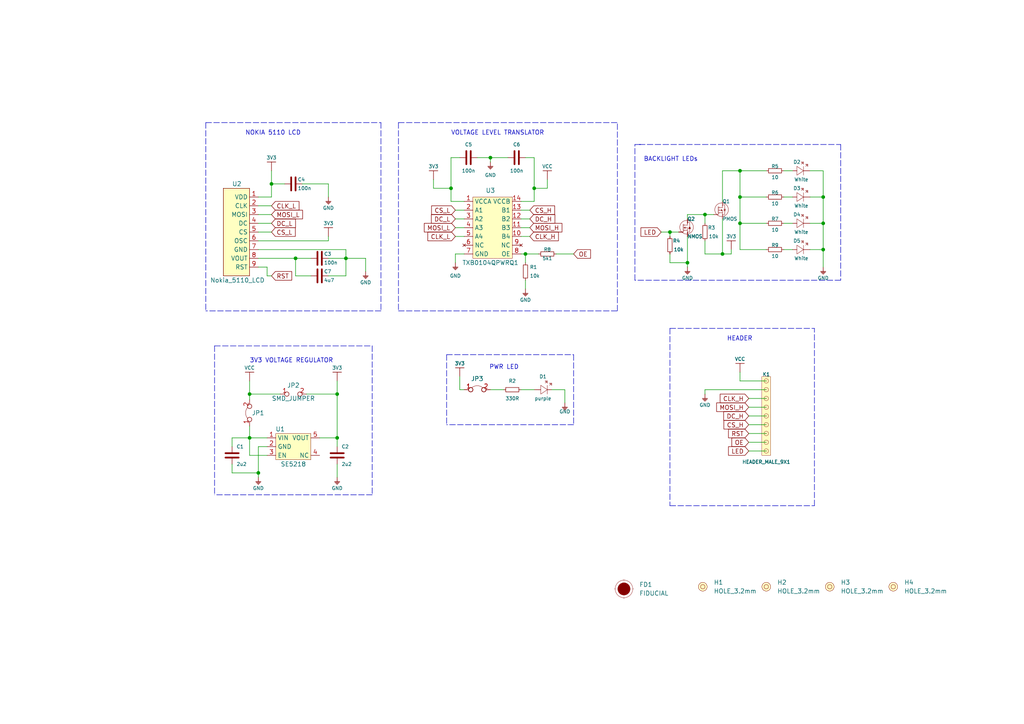
<source format=kicad_sch>
(kicad_sch (version 20211123) (generator eeschema)

  (uuid 081d13b2-1f74-4ff1-82e8-fe530bcf0e88)

  (paper "A4")

  (title_block
    (title "Nokia 5110 Monochrome LCD breakout")
    (date "2023-07-17")
    (rev "V1.1.0.")
    (company "SOLDERED")
    (comment 1 "333272")
  )

  (lib_symbols
    (symbol "0402R_1" (pin_numbers hide) (pin_names (offset 0.254)) (in_bom yes) (on_board yes)
      (property "Reference" "R" (id 0) (at -1.905 1.27 0)
        (effects (font (size 1 1)))
      )
      (property "Value" "0402R_1" (id 1) (at 0 -1.905 0)
        (effects (font (size 1 1)))
      )
      (property "Footprint" "e-radionica.com footprinti:0402R" (id 2) (at -2.54 1.905 0)
        (effects (font (size 1 1)) hide)
      )
      (property "Datasheet" "" (id 3) (at -2.54 1.905 0)
        (effects (font (size 1 1)) hide)
      )
      (symbol "0402R_1_0_1"
        (rectangle (start -1.905 0.635) (end 1.905 -0.635)
          (stroke (width 0.15) (type default) (color 0 0 0 0))
          (fill (type none))
        )
      )
      (symbol "0402R_1_1_1"
        (pin passive line (at -2.54 0 0) (length 0.63)
          (name "~" (effects (font (size 1.27 1.27))))
          (number "1" (effects (font (size 1.27 1.27))))
        )
        (pin passive line (at 2.54 0 180) (length 0.63)
          (name "~" (effects (font (size 1.27 1.27))))
          (number "2" (effects (font (size 1.27 1.27))))
        )
      )
    )
    (symbol "0603C_2" (pin_numbers hide) (pin_names (offset 0.002)) (in_bom yes) (on_board yes)
      (property "Reference" "C" (id 0) (at 0 3.81 0)
        (effects (font (size 1 1)))
      )
      (property "Value" "0603C_2" (id 1) (at 0 -3.175 0)
        (effects (font (size 1 1)))
      )
      (property "Footprint" "e-radionica.com footprinti:0603C" (id 2) (at 0.635 -4.445 0)
        (effects (font (size 1 1)) hide)
      )
      (property "Datasheet" "" (id 3) (at 0 0 0)
        (effects (font (size 1 1)) hide)
      )
      (symbol "0603C_2_0_1"
        (polyline
          (pts
            (xy -0.635 1.905)
            (xy -0.635 -1.905)
          )
          (stroke (width 0.5) (type default) (color 0 0 0 0))
          (fill (type none))
        )
        (polyline
          (pts
            (xy 0.635 1.905)
            (xy 0.635 -1.905)
          )
          (stroke (width 0.5) (type default) (color 0 0 0 0))
          (fill (type none))
        )
      )
      (symbol "0603C_2_1_1"
        (pin passive line (at -2.54 0 0) (length 1.9)
          (name "~" (effects (font (size 1.27 1.27))))
          (number "1" (effects (font (size 1.27 1.27))))
        )
        (pin passive line (at 2.54 0 180) (length 1.9)
          (name "~" (effects (font (size 1.27 1.27))))
          (number "2" (effects (font (size 1.27 1.27))))
        )
      )
    )
    (symbol "0603C_3" (pin_numbers hide) (pin_names (offset 0.002)) (in_bom yes) (on_board yes)
      (property "Reference" "C" (id 0) (at 0 3.81 0)
        (effects (font (size 1 1)))
      )
      (property "Value" "0603C_3" (id 1) (at 0 -3.175 0)
        (effects (font (size 1 1)))
      )
      (property "Footprint" "e-radionica.com footprinti:0603C" (id 2) (at 0.635 -4.445 0)
        (effects (font (size 1 1)) hide)
      )
      (property "Datasheet" "" (id 3) (at 0 0 0)
        (effects (font (size 1 1)) hide)
      )
      (symbol "0603C_3_0_1"
        (polyline
          (pts
            (xy -0.635 1.905)
            (xy -0.635 -1.905)
          )
          (stroke (width 0.5) (type default) (color 0 0 0 0))
          (fill (type none))
        )
        (polyline
          (pts
            (xy 0.635 1.905)
            (xy 0.635 -1.905)
          )
          (stroke (width 0.5) (type default) (color 0 0 0 0))
          (fill (type none))
        )
      )
      (symbol "0603C_3_1_1"
        (pin passive line (at -2.54 0 0) (length 1.9)
          (name "~" (effects (font (size 1.27 1.27))))
          (number "1" (effects (font (size 1.27 1.27))))
        )
        (pin passive line (at 2.54 0 180) (length 1.9)
          (name "~" (effects (font (size 1.27 1.27))))
          (number "2" (effects (font (size 1.27 1.27))))
        )
      )
    )
    (symbol "0603C_4" (pin_numbers hide) (pin_names (offset 0.002)) (in_bom yes) (on_board yes)
      (property "Reference" "C" (id 0) (at 0 3.81 0)
        (effects (font (size 1 1)))
      )
      (property "Value" "0603C_4" (id 1) (at 0 -3.175 0)
        (effects (font (size 1 1)))
      )
      (property "Footprint" "e-radionica.com footprinti:0603C" (id 2) (at 0.635 -4.445 0)
        (effects (font (size 1 1)) hide)
      )
      (property "Datasheet" "" (id 3) (at 0 0 0)
        (effects (font (size 1 1)) hide)
      )
      (symbol "0603C_4_0_1"
        (polyline
          (pts
            (xy -0.635 1.905)
            (xy -0.635 -1.905)
          )
          (stroke (width 0.5) (type default) (color 0 0 0 0))
          (fill (type none))
        )
        (polyline
          (pts
            (xy 0.635 1.905)
            (xy 0.635 -1.905)
          )
          (stroke (width 0.5) (type default) (color 0 0 0 0))
          (fill (type none))
        )
      )
      (symbol "0603C_4_1_1"
        (pin passive line (at -2.54 0 0) (length 1.9)
          (name "~" (effects (font (size 1.27 1.27))))
          (number "1" (effects (font (size 1.27 1.27))))
        )
        (pin passive line (at 2.54 0 180) (length 1.9)
          (name "~" (effects (font (size 1.27 1.27))))
          (number "2" (effects (font (size 1.27 1.27))))
        )
      )
    )
    (symbol "0603R_1" (pin_numbers hide) (pin_names (offset 0.254)) (in_bom yes) (on_board yes)
      (property "Reference" "R" (id 0) (at 0 1.27 0)
        (effects (font (size 1 1)))
      )
      (property "Value" "0603R_1" (id 1) (at 0 -1.905 0)
        (effects (font (size 1 1)))
      )
      (property "Footprint" "e-radionica.com footprinti:0603R" (id 2) (at 0 -3.81 0)
        (effects (font (size 1 1)) hide)
      )
      (property "Datasheet" "" (id 3) (at -0.635 1.905 0)
        (effects (font (size 1 1)) hide)
      )
      (symbol "0603R_1_0_1"
        (rectangle (start -1.905 0.635) (end 1.905 -0.635)
          (stroke (width 0.15) (type default) (color 0 0 0 0))
          (fill (type none))
        )
      )
      (symbol "0603R_1_1_1"
        (pin passive line (at -2.54 0 0) (length 0.63)
          (name "~" (effects (font (size 1.27 1.27))))
          (number "1" (effects (font (size 1.27 1.27))))
        )
        (pin passive line (at 2.54 0 180) (length 0.63)
          (name "~" (effects (font (size 1.27 1.27))))
          (number "2" (effects (font (size 1.27 1.27))))
        )
      )
    )
    (symbol "0603R_2" (pin_numbers hide) (pin_names (offset 0.254)) (in_bom yes) (on_board yes)
      (property "Reference" "R" (id 0) (at 0 1.27 0)
        (effects (font (size 1 1)))
      )
      (property "Value" "0603R_2" (id 1) (at 0 -1.905 0)
        (effects (font (size 1 1)))
      )
      (property "Footprint" "e-radionica.com footprinti:0603R" (id 2) (at 0 -3.81 0)
        (effects (font (size 1 1)) hide)
      )
      (property "Datasheet" "" (id 3) (at -0.635 1.905 0)
        (effects (font (size 1 1)) hide)
      )
      (symbol "0603R_2_0_1"
        (rectangle (start -1.905 0.635) (end 1.905 -0.635)
          (stroke (width 0.15) (type default) (color 0 0 0 0))
          (fill (type none))
        )
      )
      (symbol "0603R_2_1_1"
        (pin passive line (at -2.54 0 0) (length 0.63)
          (name "~" (effects (font (size 1.27 1.27))))
          (number "1" (effects (font (size 1.27 1.27))))
        )
        (pin passive line (at 2.54 0 180) (length 0.63)
          (name "~" (effects (font (size 1.27 1.27))))
          (number "2" (effects (font (size 1.27 1.27))))
        )
      )
    )
    (symbol "e-radionica.com schematics:0402LED" (pin_numbers hide) (pin_names (offset 0.254) hide) (in_bom yes) (on_board yes)
      (property "Reference" "D" (id 0) (at -0.635 2.54 0)
        (effects (font (size 1 1)))
      )
      (property "Value" "0402LED" (id 1) (at 0 -2.54 0)
        (effects (font (size 1 1)))
      )
      (property "Footprint" "e-radionica.com footprinti:0402LED" (id 2) (at 0 -5.715 0)
        (effects (font (size 1 1)) hide)
      )
      (property "Datasheet" "" (id 3) (at 0 0 0)
        (effects (font (size 1 1)) hide)
      )
      (property "Package" "0402" (id 4) (at 0 -4.445 0)
        (effects (font (size 1.27 1.27)) hide)
      )
      (symbol "0402LED_0_1"
        (polyline
          (pts
            (xy -0.635 1.27)
            (xy 1.27 0)
          )
          (stroke (width 0.1) (type default) (color 0 0 0 0))
          (fill (type none))
        )
        (polyline
          (pts
            (xy 0.635 1.905)
            (xy 1.27 2.54)
          )
          (stroke (width 0.1) (type default) (color 0 0 0 0))
          (fill (type none))
        )
        (polyline
          (pts
            (xy 1.27 1.27)
            (xy 1.27 -1.27)
          )
          (stroke (width 0.1) (type default) (color 0 0 0 0))
          (fill (type none))
        )
        (polyline
          (pts
            (xy 1.905 1.27)
            (xy 2.54 1.905)
          )
          (stroke (width 0.1) (type default) (color 0 0 0 0))
          (fill (type none))
        )
        (polyline
          (pts
            (xy -0.635 1.27)
            (xy -0.635 -1.27)
            (xy 1.27 0)
          )
          (stroke (width 0.1) (type default) (color 0 0 0 0))
          (fill (type none))
        )
        (polyline
          (pts
            (xy 1.27 2.54)
            (xy 0.635 2.54)
            (xy 1.27 1.905)
            (xy 1.27 2.54)
          )
          (stroke (width 0.1) (type default) (color 0 0 0 0))
          (fill (type none))
        )
        (polyline
          (pts
            (xy 2.54 1.905)
            (xy 1.905 1.905)
            (xy 2.54 1.27)
            (xy 2.54 1.905)
          )
          (stroke (width 0.1) (type default) (color 0 0 0 0))
          (fill (type none))
        )
      )
      (symbol "0402LED_1_1"
        (pin passive line (at -2.54 0 0) (length 1.91)
          (name "A" (effects (font (size 1.27 1.27))))
          (number "1" (effects (font (size 1.27 1.27))))
        )
        (pin passive line (at 2.54 0 180) (length 1.27)
          (name "K" (effects (font (size 1.27 1.27))))
          (number "2" (effects (font (size 1.27 1.27))))
        )
      )
    )
    (symbol "e-radionica.com schematics:0603C" (pin_numbers hide) (pin_names (offset 0.002)) (in_bom yes) (on_board yes)
      (property "Reference" "C" (id 0) (at 0 3.81 0)
        (effects (font (size 1 1)))
      )
      (property "Value" "0603C" (id 1) (at 0 -3.175 0)
        (effects (font (size 1 1)))
      )
      (property "Footprint" "e-radionica.com footprinti:0603C" (id 2) (at 0.635 -4.445 0)
        (effects (font (size 1 1)) hide)
      )
      (property "Datasheet" "" (id 3) (at 0 0 0)
        (effects (font (size 1 1)) hide)
      )
      (symbol "0603C_0_1"
        (polyline
          (pts
            (xy -0.635 1.905)
            (xy -0.635 -1.905)
          )
          (stroke (width 0.5) (type default) (color 0 0 0 0))
          (fill (type none))
        )
        (polyline
          (pts
            (xy 0.635 1.905)
            (xy 0.635 -1.905)
          )
          (stroke (width 0.5) (type default) (color 0 0 0 0))
          (fill (type none))
        )
      )
      (symbol "0603C_1_1"
        (pin passive line (at -2.54 0 0) (length 1.9)
          (name "~" (effects (font (size 1.27 1.27))))
          (number "1" (effects (font (size 1.27 1.27))))
        )
        (pin passive line (at 2.54 0 180) (length 1.9)
          (name "~" (effects (font (size 1.27 1.27))))
          (number "2" (effects (font (size 1.27 1.27))))
        )
      )
    )
    (symbol "e-radionica.com schematics:0603LED" (pin_numbers hide) (pin_names (offset 0.254) hide) (in_bom yes) (on_board yes)
      (property "Reference" "D" (id 0) (at -1.27 1.905 0)
        (effects (font (size 1 1)))
      )
      (property "Value" "0603LED" (id 1) (at 0.635 -2.54 0)
        (effects (font (size 1 1)))
      )
      (property "Footprint" "e-radionica.com footprinti:0603LED" (id 2) (at 0 -3.81 0)
        (effects (font (size 1 1)) hide)
      )
      (property "Datasheet" "" (id 3) (at -1.27 0 0)
        (effects (font (size 1 1)) hide)
      )
      (symbol "0603LED_0_1"
        (polyline
          (pts
            (xy -1.27 1.27)
            (xy 0.635 0)
          )
          (stroke (width 0.1) (type default) (color 0 0 0 0))
          (fill (type none))
        )
        (polyline
          (pts
            (xy 0 1.905)
            (xy 0.635 2.54)
          )
          (stroke (width 0.1) (type default) (color 0 0 0 0))
          (fill (type none))
        )
        (polyline
          (pts
            (xy 0.635 1.27)
            (xy 0.635 -1.27)
          )
          (stroke (width 0.1) (type default) (color 0 0 0 0))
          (fill (type none))
        )
        (polyline
          (pts
            (xy 1.27 1.27)
            (xy 1.905 1.905)
          )
          (stroke (width 0.1) (type default) (color 0 0 0 0))
          (fill (type none))
        )
        (polyline
          (pts
            (xy -1.27 1.27)
            (xy -1.27 -1.27)
            (xy 0.635 0)
          )
          (stroke (width 0.1) (type default) (color 0 0 0 0))
          (fill (type none))
        )
        (polyline
          (pts
            (xy 0.635 2.54)
            (xy 0 2.54)
            (xy 0.635 1.905)
            (xy 0.635 2.54)
          )
          (stroke (width 0.1) (type default) (color 0 0 0 0))
          (fill (type none))
        )
        (polyline
          (pts
            (xy 1.905 1.905)
            (xy 1.27 1.905)
            (xy 1.905 1.27)
            (xy 1.905 1.905)
          )
          (stroke (width 0.1) (type default) (color 0 0 0 0))
          (fill (type none))
        )
      )
      (symbol "0603LED_1_1"
        (pin passive line (at -2.54 0 0) (length 1.27)
          (name "A" (effects (font (size 1.27 1.27))))
          (number "1" (effects (font (size 1.27 1.27))))
        )
        (pin passive line (at 2.54 0 180) (length 1.91)
          (name "K" (effects (font (size 1.27 1.27))))
          (number "2" (effects (font (size 1.27 1.27))))
        )
      )
    )
    (symbol "e-radionica.com schematics:0603R" (pin_numbers hide) (pin_names (offset 0.254)) (in_bom yes) (on_board yes)
      (property "Reference" "R" (id 0) (at 0 1.27 0)
        (effects (font (size 1 1)))
      )
      (property "Value" "0603R" (id 1) (at 0 -1.905 0)
        (effects (font (size 1 1)))
      )
      (property "Footprint" "e-radionica.com footprinti:0603R" (id 2) (at 0 -3.81 0)
        (effects (font (size 1 1)) hide)
      )
      (property "Datasheet" "" (id 3) (at -0.635 1.905 0)
        (effects (font (size 1 1)) hide)
      )
      (symbol "0603R_0_1"
        (rectangle (start -1.905 0.635) (end 1.905 -0.635)
          (stroke (width 0.15) (type default) (color 0 0 0 0))
          (fill (type none))
        )
      )
      (symbol "0603R_1_1"
        (pin passive line (at -2.54 0 0) (length 0.63)
          (name "~" (effects (font (size 1.27 1.27))))
          (number "1" (effects (font (size 1.27 1.27))))
        )
        (pin passive line (at 2.54 0 180) (length 0.63)
          (name "~" (effects (font (size 1.27 1.27))))
          (number "2" (effects (font (size 1.27 1.27))))
        )
      )
    )
    (symbol "e-radionica.com schematics:3V3" (power) (pin_names (offset 0)) (in_bom yes) (on_board yes)
      (property "Reference" "#PWR" (id 0) (at 4.445 0 0)
        (effects (font (size 1 1)) hide)
      )
      (property "Value" "3V3" (id 1) (at 0 3.556 0)
        (effects (font (size 1 1)))
      )
      (property "Footprint" "" (id 2) (at 4.445 3.81 0)
        (effects (font (size 1 1)) hide)
      )
      (property "Datasheet" "" (id 3) (at 4.445 3.81 0)
        (effects (font (size 1 1)) hide)
      )
      (property "ki_keywords" "power-flag" (id 4) (at 0 0 0)
        (effects (font (size 1.27 1.27)) hide)
      )
      (property "ki_description" "Power symbol creates a global label with name \"3V3\"" (id 5) (at 0 0 0)
        (effects (font (size 1.27 1.27)) hide)
      )
      (symbol "3V3_0_1"
        (polyline
          (pts
            (xy -1.27 2.54)
            (xy 1.27 2.54)
          )
          (stroke (width 0.16) (type default) (color 0 0 0 0))
          (fill (type none))
        )
        (polyline
          (pts
            (xy 0 0)
            (xy 0 2.54)
          )
          (stroke (width 0) (type default) (color 0 0 0 0))
          (fill (type none))
        )
      )
      (symbol "3V3_1_1"
        (pin power_in line (at 0 0 90) (length 0) hide
          (name "3V3" (effects (font (size 1.27 1.27))))
          (number "1" (effects (font (size 1.27 1.27))))
        )
      )
    )
    (symbol "e-radionica.com schematics:FIDUCIAL" (in_bom no) (on_board yes)
      (property "Reference" "FD" (id 0) (at 0 3.81 0)
        (effects (font (size 1.27 1.27)))
      )
      (property "Value" "FIDUCIAL" (id 1) (at 0 -3.81 0)
        (effects (font (size 1.27 1.27)))
      )
      (property "Footprint" "e-radionica.com footprinti:FIDUCIAL_23" (id 2) (at 0.254 -5.334 0)
        (effects (font (size 1.27 1.27)) hide)
      )
      (property "Datasheet" "" (id 3) (at 0 0 0)
        (effects (font (size 1.27 1.27)) hide)
      )
      (symbol "FIDUCIAL_0_1"
        (polyline
          (pts
            (xy -2.54 0)
            (xy -2.794 0)
          )
          (stroke (width 0.0006) (type default) (color 0 0 0 0))
          (fill (type none))
        )
        (polyline
          (pts
            (xy 0 -2.54)
            (xy 0 -2.794)
          )
          (stroke (width 0.0006) (type default) (color 0 0 0 0))
          (fill (type none))
        )
        (polyline
          (pts
            (xy 0 2.54)
            (xy 0 2.794)
          )
          (stroke (width 0.0006) (type default) (color 0 0 0 0))
          (fill (type none))
        )
        (polyline
          (pts
            (xy 2.54 0)
            (xy 2.794 0)
          )
          (stroke (width 0.0006) (type default) (color 0 0 0 0))
          (fill (type none))
        )
        (circle (center 0 0) (radius 1.7961)
          (stroke (width 0.001) (type default) (color 0 0 0 0))
          (fill (type outline))
        )
        (circle (center 0 0) (radius 2.54)
          (stroke (width 0.0006) (type default) (color 0 0 0 0))
          (fill (type none))
        )
      )
    )
    (symbol "e-radionica.com schematics:GND" (power) (pin_names (offset 0)) (in_bom yes) (on_board yes)
      (property "Reference" "#PWR" (id 0) (at 4.445 0 0)
        (effects (font (size 1 1)) hide)
      )
      (property "Value" "GND" (id 1) (at 0 -2.921 0)
        (effects (font (size 1 1)))
      )
      (property "Footprint" "" (id 2) (at 4.445 3.81 0)
        (effects (font (size 1 1)) hide)
      )
      (property "Datasheet" "" (id 3) (at 4.445 3.81 0)
        (effects (font (size 1 1)) hide)
      )
      (property "ki_keywords" "power-flag" (id 4) (at 0 0 0)
        (effects (font (size 1.27 1.27)) hide)
      )
      (property "ki_description" "Power symbol creates a global label with name \"GND\"" (id 5) (at 0 0 0)
        (effects (font (size 1.27 1.27)) hide)
      )
      (symbol "GND_0_1"
        (polyline
          (pts
            (xy -0.762 -1.27)
            (xy 0.762 -1.27)
          )
          (stroke (width 0.16) (type default) (color 0 0 0 0))
          (fill (type none))
        )
        (polyline
          (pts
            (xy -0.635 -1.524)
            (xy 0.635 -1.524)
          )
          (stroke (width 0.16) (type default) (color 0 0 0 0))
          (fill (type none))
        )
        (polyline
          (pts
            (xy -0.381 -1.778)
            (xy 0.381 -1.778)
          )
          (stroke (width 0.16) (type default) (color 0 0 0 0))
          (fill (type none))
        )
        (polyline
          (pts
            (xy -0.127 -2.032)
            (xy 0.127 -2.032)
          )
          (stroke (width 0.16) (type default) (color 0 0 0 0))
          (fill (type none))
        )
        (polyline
          (pts
            (xy 0 0)
            (xy 0 -1.27)
          )
          (stroke (width 0.16) (type default) (color 0 0 0 0))
          (fill (type none))
        )
      )
      (symbol "GND_1_1"
        (pin power_in line (at 0 0 270) (length 0) hide
          (name "GND" (effects (font (size 1.27 1.27))))
          (number "1" (effects (font (size 1.27 1.27))))
        )
      )
    )
    (symbol "e-radionica.com schematics:HEADER_MALE_9X1" (pin_numbers hide) (pin_names hide) (in_bom yes) (on_board yes)
      (property "Reference" "K" (id 0) (at 0 12.7 0)
        (effects (font (size 1 1)))
      )
      (property "Value" "HEADER_MALE_9X1" (id 1) (at 0.635 -12.7 0)
        (effects (font (size 1 1)))
      )
      (property "Footprint" "e-radionica.com footprinti:HEADER_MALE_9X1" (id 2) (at 1.27 -13.97 0)
        (effects (font (size 1 1)) hide)
      )
      (property "Datasheet" "" (id 3) (at 0 0 0)
        (effects (font (size 1 1)) hide)
      )
      (symbol "HEADER_MALE_9X1_0_1"
        (circle (center 0 -10.16) (radius 0.635)
          (stroke (width 0.0006) (type default) (color 0 0 0 0))
          (fill (type none))
        )
        (circle (center 0 -7.62) (radius 0.635)
          (stroke (width 0.0006) (type default) (color 0 0 0 0))
          (fill (type none))
        )
        (circle (center 0 -5.08) (radius 0.635)
          (stroke (width 0.0006) (type default) (color 0 0 0 0))
          (fill (type none))
        )
        (circle (center 0 -2.54) (radius 0.635)
          (stroke (width 0.0006) (type default) (color 0 0 0 0))
          (fill (type none))
        )
        (circle (center 0 0) (radius 0.635)
          (stroke (width 0.0006) (type default) (color 0 0 0 0))
          (fill (type none))
        )
        (circle (center 0 2.54) (radius 0.635)
          (stroke (width 0.0006) (type default) (color 0 0 0 0))
          (fill (type none))
        )
        (circle (center 0 5.08) (radius 0.635)
          (stroke (width 0.0006) (type default) (color 0 0 0 0))
          (fill (type none))
        )
        (circle (center 0 7.62) (radius 0.635)
          (stroke (width 0.0006) (type default) (color 0 0 0 0))
          (fill (type none))
        )
        (circle (center 0 10.16) (radius 0.635)
          (stroke (width 0.0006) (type default) (color 0 0 0 0))
          (fill (type none))
        )
        (rectangle (start 1.27 -11.43) (end -1.27 11.43)
          (stroke (width 0.01) (type default) (color 0 0 0 0))
          (fill (type background))
        )
      )
      (symbol "HEADER_MALE_9X1_1_1"
        (pin passive line (at 0 -10.16 180) (length 0)
          (name "~" (effects (font (size 0.991 0.991))))
          (number "1" (effects (font (size 0.991 0.991))))
        )
        (pin passive line (at 0 -7.62 180) (length 0)
          (name "~" (effects (font (size 0.991 0.991))))
          (number "2" (effects (font (size 0.991 0.991))))
        )
        (pin passive line (at 0 -5.08 180) (length 0)
          (name "~" (effects (font (size 0.991 0.991))))
          (number "3" (effects (font (size 0.991 0.991))))
        )
        (pin passive line (at 0 -2.54 180) (length 0)
          (name "~" (effects (font (size 0.991 0.991))))
          (number "4" (effects (font (size 0.991 0.991))))
        )
        (pin passive line (at 0 0 180) (length 0)
          (name "~" (effects (font (size 0.991 0.991))))
          (number "5" (effects (font (size 0.991 0.991))))
        )
        (pin passive line (at 0 2.54 180) (length 0)
          (name "~" (effects (font (size 0.991 0.991))))
          (number "6" (effects (font (size 0.991 0.991))))
        )
        (pin passive line (at 0 5.08 180) (length 0)
          (name "~" (effects (font (size 0.991 0.991))))
          (number "7" (effects (font (size 0.991 0.991))))
        )
        (pin passive line (at 0 7.62 180) (length 0)
          (name "~" (effects (font (size 0.991 0.991))))
          (number "8" (effects (font (size 0.991 0.991))))
        )
        (pin passive line (at 0 10.16 180) (length 0)
          (name "~" (effects (font (size 0.991 0.991))))
          (number "9" (effects (font (size 0.991 0.991))))
        )
      )
    )
    (symbol "e-radionica.com schematics:HOLE_3.2mm" (pin_numbers hide) (pin_names hide) (in_bom yes) (on_board yes)
      (property "Reference" "H" (id 0) (at 0 2.54 0)
        (effects (font (size 1.27 1.27)))
      )
      (property "Value" "HOLE_3.2mm" (id 1) (at 0 -2.54 0)
        (effects (font (size 1.27 1.27)))
      )
      (property "Footprint" "e-radionica.com footprinti:HOLE_3.2mm" (id 2) (at 0 -5.08 0)
        (effects (font (size 1.27 1.27)) hide)
      )
      (property "Datasheet" "" (id 3) (at 0 0 0)
        (effects (font (size 1.27 1.27)) hide)
      )
      (symbol "HOLE_3.2mm_0_1"
        (circle (center 0 0) (radius 0.635)
          (stroke (width 0.1) (type default) (color 0 0 0 0))
          (fill (type none))
        )
        (circle (center 0 0) (radius 1.27)
          (stroke (width 0.1) (type default) (color 0 0 0 0))
          (fill (type background))
        )
      )
    )
    (symbol "e-radionica.com schematics:NMOS-SOT-23-3" (pin_numbers hide) (pin_names hide) (in_bom yes) (on_board yes)
      (property "Reference" "Q" (id 0) (at -1.143 2.921 0)
        (effects (font (size 1 1)))
      )
      (property "Value" "NMOS-SOT-23-3" (id 1) (at 1.524 -3.937 0)
        (effects (font (size 1 1)))
      )
      (property "Footprint" "e-radionica.com footprinti:SOT-23-3" (id 2) (at 0 -7.62 0)
        (effects (font (size 1 1)) hide)
      )
      (property "Datasheet" "" (id 3) (at 0 0 0)
        (effects (font (size 1 1)) hide)
      )
      (symbol "NMOS-SOT-23-3_0_1"
        (polyline
          (pts
            (xy 0 -1.27)
            (xy 0 1.016)
          )
          (stroke (width 0.1) (type default) (color 0 0 0 0))
          (fill (type none))
        )
        (polyline
          (pts
            (xy 0.254 -1.016)
            (xy 0.254 -0.508)
          )
          (stroke (width 0.1) (type default) (color 0 0 0 0))
          (fill (type none))
        )
        (polyline
          (pts
            (xy 0.254 -0.762)
            (xy 1.27 -0.762)
          )
          (stroke (width 0.1) (type default) (color 0 0 0 0))
          (fill (type none))
        )
        (polyline
          (pts
            (xy 0.254 -0.254)
            (xy 0.254 0.254)
          )
          (stroke (width 0.1) (type default) (color 0 0 0 0))
          (fill (type none))
        )
        (polyline
          (pts
            (xy 0.254 0.762)
            (xy 1.27 0.762)
          )
          (stroke (width 0.1) (type default) (color 0 0 0 0))
          (fill (type none))
        )
        (polyline
          (pts
            (xy 0.254 1.016)
            (xy 0.254 0.508)
          )
          (stroke (width 0.1) (type default) (color 0 0 0 0))
          (fill (type none))
        )
        (polyline
          (pts
            (xy 1.27 -1.27)
            (xy 1.27 -0.762)
          )
          (stroke (width 0.1) (type default) (color 0 0 0 0))
          (fill (type none))
        )
        (polyline
          (pts
            (xy 1.27 0.762)
            (xy 1.27 1.27)
          )
          (stroke (width 0.1) (type default) (color 0 0 0 0))
          (fill (type none))
        )
        (polyline
          (pts
            (xy 1.651 -0.254)
            (xy 1.905 0.127)
          )
          (stroke (width 0.2) (type default) (color 0 0 0 0))
          (fill (type none))
        )
        (polyline
          (pts
            (xy 1.651 0.127)
            (xy 2.159 0.127)
          )
          (stroke (width 0.0006) (type default) (color 0 0 0 0))
          (fill (type none))
        )
        (polyline
          (pts
            (xy 0.254 0)
            (xy 1.27 0)
            (xy 1.27 -0.762)
          )
          (stroke (width 0.1) (type default) (color 0 0 0 0))
          (fill (type none))
        )
        (polyline
          (pts
            (xy 1.651 -0.254)
            (xy 2.159 -0.254)
            (xy 1.905 0.127)
          )
          (stroke (width 0.2) (type default) (color 0 0 0 0))
          (fill (type none))
        )
        (polyline
          (pts
            (xy 0.381 0)
            (xy 0.635 0.254)
            (xy 0.635 -0.254)
            (xy 0.381 0)
          )
          (stroke (width 0.1) (type default) (color 0 0 0 0))
          (fill (type none))
        )
        (polyline
          (pts
            (xy 1.27 -1.27)
            (xy 1.905 -1.27)
            (xy 1.905 1.524)
            (xy 1.27 1.524)
          )
          (stroke (width 0.1) (type default) (color 0 0 0 0))
          (fill (type none))
        )
        (circle (center 1.016 0.127) (radius 1.9716)
          (stroke (width 0.1) (type default) (color 0 0 0 0))
          (fill (type none))
        )
      )
      (symbol "NMOS-SOT-23-3_1_1"
        (pin passive line (at -1.27 -1.27 0) (length 1.27)
          (name "G" (effects (font (size 1 1))))
          (number "1" (effects (font (size 1 1))))
        )
        (pin passive line (at 1.27 -2.54 90) (length 1.27)
          (name "S" (effects (font (size 1 1))))
          (number "2" (effects (font (size 1 1))))
        )
        (pin passive line (at 1.27 2.54 270) (length 1.27)
          (name "D" (effects (font (size 1 1))))
          (number "3" (effects (font (size 1 1))))
        )
      )
    )
    (symbol "e-radionica.com schematics:Nokia_5110_LCD" (in_bom yes) (on_board yes)
      (property "Reference" "U" (id 0) (at 0 13.97 0)
        (effects (font (size 1.27 1.27)))
      )
      (property "Value" "Nokia_5110_LCD" (id 1) (at 0 -13.97 0)
        (effects (font (size 1.27 1.27)))
      )
      (property "Footprint" "e-radionica.com footprinti:Nokia_5110_LCD" (id 2) (at 0 -16.51 0)
        (effects (font (size 1.27 1.27)) hide)
      )
      (property "Datasheet" "" (id 3) (at 0 16.51 0)
        (effects (font (size 1.27 1.27)) hide)
      )
      (symbol "Nokia_5110_LCD_0_1"
        (rectangle (start -3.81 12.7) (end 3.81 -12.7)
          (stroke (width 0) (type default) (color 0 0 0 0))
          (fill (type background))
        )
      )
      (symbol "Nokia_5110_LCD_1_1"
        (pin input line (at 6.35 10.16 180) (length 2.54)
          (name "VDD" (effects (font (size 1.27 1.27))))
          (number "1" (effects (font (size 1.27 1.27))))
        )
        (pin input line (at 6.35 7.62 180) (length 2.54)
          (name "CLK" (effects (font (size 1.27 1.27))))
          (number "2" (effects (font (size 1.27 1.27))))
        )
        (pin input line (at 6.35 5.08 180) (length 2.54)
          (name "MOSI" (effects (font (size 1.27 1.27))))
          (number "3" (effects (font (size 1.27 1.27))))
        )
        (pin input line (at 6.35 2.54 180) (length 2.54)
          (name "DC" (effects (font (size 1.27 1.27))))
          (number "4" (effects (font (size 1.27 1.27))))
        )
        (pin input line (at 6.35 0 180) (length 2.54)
          (name "CS" (effects (font (size 1.27 1.27))))
          (number "5" (effects (font (size 1.27 1.27))))
        )
        (pin input line (at 6.35 -2.54 180) (length 2.54)
          (name "OSC" (effects (font (size 1.27 1.27))))
          (number "6" (effects (font (size 1.27 1.27))))
        )
        (pin input line (at 6.35 -5.08 180) (length 2.54)
          (name "GND" (effects (font (size 1.27 1.27))))
          (number "7" (effects (font (size 1.27 1.27))))
        )
        (pin input line (at 6.35 -7.62 180) (length 2.54)
          (name "VOUT" (effects (font (size 1.27 1.27))))
          (number "8" (effects (font (size 1.27 1.27))))
        )
        (pin input line (at 6.35 -10.16 180) (length 2.54)
          (name "RST" (effects (font (size 1.27 1.27))))
          (number "9" (effects (font (size 1.27 1.27))))
        )
      )
    )
    (symbol "e-radionica.com schematics:PMOS-SOT-23-3" (pin_numbers hide) (pin_names hide) (in_bom yes) (on_board yes)
      (property "Reference" "Q" (id 0) (at -1.27 2.54 0)
        (effects (font (size 1 1)))
      )
      (property "Value" "PMOS-SOT-23-3" (id 1) (at 0.381 -4.064 0)
        (effects (font (size 1 1)))
      )
      (property "Footprint" "e-radionica.com footprinti:SOT-23-3" (id 2) (at 1.27 -7.62 0)
        (effects (font (size 1 1)) hide)
      )
      (property "Datasheet" "" (id 3) (at 0 0 0)
        (effects (font (size 1 1)) hide)
      )
      (symbol "PMOS-SOT-23-3_0_1"
        (polyline
          (pts
            (xy 0 -1.27)
            (xy 0 1.016)
          )
          (stroke (width 0.1) (type default) (color 0 0 0 0))
          (fill (type none))
        )
        (polyline
          (pts
            (xy 0.254 -1.016)
            (xy 0.254 -0.508)
          )
          (stroke (width 0.1) (type default) (color 0 0 0 0))
          (fill (type none))
        )
        (polyline
          (pts
            (xy 0.254 -0.762)
            (xy 1.27 -0.762)
          )
          (stroke (width 0.1) (type default) (color 0 0 0 0))
          (fill (type none))
        )
        (polyline
          (pts
            (xy 0.254 -0.254)
            (xy 0.254 0.254)
          )
          (stroke (width 0.1) (type default) (color 0 0 0 0))
          (fill (type none))
        )
        (polyline
          (pts
            (xy 0.254 0.762)
            (xy 1.27 0.762)
          )
          (stroke (width 0.1) (type default) (color 0 0 0 0))
          (fill (type none))
        )
        (polyline
          (pts
            (xy 0.254 1.016)
            (xy 0.254 0.508)
          )
          (stroke (width 0.1) (type default) (color 0 0 0 0))
          (fill (type none))
        )
        (polyline
          (pts
            (xy 1.27 -1.27)
            (xy 1.27 -0.762)
          )
          (stroke (width 0.1) (type default) (color 0 0 0 0))
          (fill (type none))
        )
        (polyline
          (pts
            (xy 1.27 0.762)
            (xy 1.27 1.27)
          )
          (stroke (width 0.1) (type default) (color 0 0 0 0))
          (fill (type none))
        )
        (polyline
          (pts
            (xy 2.159 -0.127)
            (xy 1.651 -0.127)
          )
          (stroke (width 0.1) (type default) (color 0 0 0 0))
          (fill (type none))
        )
        (polyline
          (pts
            (xy 2.159 0.254)
            (xy 1.905 -0.127)
          )
          (stroke (width 0.1) (type default) (color 0 0 0 0))
          (fill (type none))
        )
        (polyline
          (pts
            (xy 0.254 0)
            (xy 1.27 0)
            (xy 1.27 -0.762)
          )
          (stroke (width 0.1) (type default) (color 0 0 0 0))
          (fill (type none))
        )
        (polyline
          (pts
            (xy 2.159 0.254)
            (xy 1.651 0.254)
            (xy 1.905 -0.127)
          )
          (stroke (width 0.1) (type default) (color 0 0 0 0))
          (fill (type none))
        )
        (polyline
          (pts
            (xy 1.143 0)
            (xy 0.889 -0.254)
            (xy 0.889 0.254)
            (xy 1.143 0)
          )
          (stroke (width 0.1) (type default) (color 0 0 0 0))
          (fill (type none))
        )
        (polyline
          (pts
            (xy 1.27 -1.27)
            (xy 1.905 -1.27)
            (xy 1.905 1.524)
            (xy 1.27 1.524)
          )
          (stroke (width 0.1) (type default) (color 0 0 0 0))
          (fill (type none))
        )
        (circle (center 1.016 0.127) (radius 1.9716)
          (stroke (width 0.1) (type default) (color 0 0 0 0))
          (fill (type none))
        )
      )
      (symbol "PMOS-SOT-23-3_1_1"
        (pin passive line (at -1.27 -1.27 0) (length 1.27)
          (name "G" (effects (font (size 1 1))))
          (number "1" (effects (font (size 1 1))))
        )
        (pin passive line (at 1.27 -2.54 90) (length 1.27)
          (name "S" (effects (font (size 1 1))))
          (number "2" (effects (font (size 1 1))))
        )
        (pin passive line (at 1.27 2.54 270) (length 1.27)
          (name "D" (effects (font (size 1 1))))
          (number "3" (effects (font (size 1 1))))
        )
      )
    )
    (symbol "e-radionica.com schematics:SE5218" (in_bom yes) (on_board yes)
      (property "Reference" "U" (id 0) (at 0 5.08 0)
        (effects (font (size 1.27 1.27)))
      )
      (property "Value" "SE5218" (id 1) (at 0 -5.08 0)
        (effects (font (size 1.27 1.27)))
      )
      (property "Footprint" "e-radionica.com footprinti:SOT-23-5" (id 2) (at 0 -7.62 0)
        (effects (font (size 1.27 1.27)) hide)
      )
      (property "Datasheet" "" (id 3) (at 0 0 0)
        (effects (font (size 1.27 1.27)) hide)
      )
      (symbol "SE5218_0_1"
        (rectangle (start -5.08 3.81) (end 5.08 -3.81)
          (stroke (width 0.1) (type default) (color 0 0 0 0))
          (fill (type background))
        )
      )
      (symbol "SE5218_1_1"
        (pin power_in line (at -7.62 2.54 0) (length 2.54)
          (name "VIN" (effects (font (size 1.27 1.27))))
          (number "1" (effects (font (size 1.27 1.27))))
        )
        (pin power_in line (at -7.62 0 0) (length 2.54)
          (name "GND" (effects (font (size 1.27 1.27))))
          (number "2" (effects (font (size 1.27 1.27))))
        )
        (pin input line (at -7.62 -2.54 0) (length 2.54)
          (name "EN" (effects (font (size 1.27 1.27))))
          (number "3" (effects (font (size 1.27 1.27))))
        )
        (pin passive line (at 7.62 -2.54 180) (length 2.54)
          (name "NC" (effects (font (size 1.27 1.27))))
          (number "4" (effects (font (size 1.27 1.27))))
        )
        (pin power_out line (at 7.62 2.54 180) (length 2.54)
          (name "VOUT" (effects (font (size 1.27 1.27))))
          (number "5" (effects (font (size 1.27 1.27))))
        )
      )
    )
    (symbol "e-radionica.com schematics:SMD-JUMPER-CONNECTED_TRACE_SOLDERMASK" (in_bom yes) (on_board yes)
      (property "Reference" "JP" (id 0) (at 0 3.556 0)
        (effects (font (size 1.27 1.27)))
      )
      (property "Value" "SMD-JUMPER-CONNECTED_TRACE_SOLDERMASK" (id 1) (at 0 -2.54 0)
        (effects (font (size 1.27 1.27)))
      )
      (property "Footprint" "e-radionica.com footprinti:SMD-JUMPER-CONNECTED_TRACE_SOLDERMASK" (id 2) (at 0 -5.715 0)
        (effects (font (size 1.27 1.27)) hide)
      )
      (property "Datasheet" "" (id 3) (at 0 0 0)
        (effects (font (size 1.27 1.27)) hide)
      )
      (symbol "SMD-JUMPER-CONNECTED_TRACE_SOLDERMASK_0_1"
        (arc (start 1.5845 0.5996) (mid -0.0202 1.1519) (end -1.6159 0.5742)
          (stroke (width 0.1) (type default) (color 0 0 0 0))
          (fill (type none))
        )
      )
      (symbol "SMD-JUMPER-CONNECTED_TRACE_SOLDERMASK_1_1"
        (pin passive inverted (at -3.81 0 0) (length 2.54)
          (name "" (effects (font (size 1.27 1.27))))
          (number "1" (effects (font (size 1.27 1.27))))
        )
        (pin passive inverted (at 3.81 0 180) (length 2.54)
          (name "" (effects (font (size 1.27 1.27))))
          (number "2" (effects (font (size 1.27 1.27))))
        )
      )
    )
    (symbol "e-radionica.com schematics:SMD_JUMPER" (in_bom yes) (on_board yes)
      (property "Reference" "JP" (id 0) (at 0 1.397 0)
        (effects (font (size 1.27 1.27)))
      )
      (property "Value" "SMD_JUMPER" (id 1) (at 0 -2.54 0)
        (effects (font (size 1.27 1.27)))
      )
      (property "Footprint" "e-radionica.com footprinti:SMD_JUMPER" (id 2) (at 0 -5.08 0)
        (effects (font (size 1.27 1.27)) hide)
      )
      (property "Datasheet" "" (id 3) (at 0 0 0)
        (effects (font (size 1.27 1.27)) hide)
      )
      (symbol "SMD_JUMPER_1_1"
        (pin passive inverted (at -3.81 0 0) (length 2.54)
          (name "" (effects (font (size 1.27 1.27))))
          (number "1" (effects (font (size 1.27 1.27))))
        )
        (pin passive inverted (at 3.81 0 180) (length 2.54)
          (name "" (effects (font (size 1.27 1.27))))
          (number "2" (effects (font (size 1.27 1.27))))
        )
      )
    )
    (symbol "e-radionica.com schematics:TXB0104QPWRQ1" (in_bom yes) (on_board yes)
      (property "Reference" "U" (id 0) (at 0 8.89 0)
        (effects (font (size 1.27 1.27)))
      )
      (property "Value" "TXB0104QPWRQ1" (id 1) (at 0 -11.43 0)
        (effects (font (size 1.27 1.27)))
      )
      (property "Footprint" "e-radionica.com footprinti:TXB0104QPWRQ1" (id 2) (at 0 -13.97 0)
        (effects (font (size 1.27 1.27)) hide)
      )
      (property "Datasheet" "" (id 3) (at 0 0 0)
        (effects (font (size 1.27 1.27)) hide)
      )
      (symbol "TXB0104QPWRQ1_0_1"
        (rectangle (start -5.08 7.62) (end 6.35 -10.16)
          (stroke (width 0.1) (type default) (color 0 0 0 0))
          (fill (type background))
        )
      )
      (symbol "TXB0104QPWRQ1_1_1"
        (pin power_in line (at -7.62 6.35 0) (length 2.54)
          (name "VCCA" (effects (font (size 1.27 1.27))))
          (number "1" (effects (font (size 1.27 1.27))))
        )
        (pin passive line (at 8.89 -3.81 180) (length 2.54)
          (name "B4" (effects (font (size 1.27 1.27))))
          (number "10" (effects (font (size 1.27 1.27))))
        )
        (pin passive line (at 8.89 -1.27 180) (length 2.54)
          (name "B3" (effects (font (size 1.27 1.27))))
          (number "11" (effects (font (size 1.27 1.27))))
        )
        (pin passive line (at 8.89 1.27 180) (length 2.54)
          (name "B2" (effects (font (size 1.27 1.27))))
          (number "12" (effects (font (size 1.27 1.27))))
        )
        (pin passive line (at 8.89 3.81 180) (length 2.54)
          (name "B1" (effects (font (size 1.27 1.27))))
          (number "13" (effects (font (size 1.27 1.27))))
        )
        (pin power_out line (at 8.89 6.35 180) (length 2.54)
          (name "VCCB" (effects (font (size 1.27 1.27))))
          (number "14" (effects (font (size 1.27 1.27))))
        )
        (pin passive line (at -7.62 3.81 0) (length 2.54)
          (name "A1" (effects (font (size 1.27 1.27))))
          (number "2" (effects (font (size 1.27 1.27))))
        )
        (pin passive line (at -7.62 1.27 0) (length 2.54)
          (name "A2" (effects (font (size 1.27 1.27))))
          (number "3" (effects (font (size 1.27 1.27))))
        )
        (pin passive line (at -7.62 -1.27 0) (length 2.54)
          (name "A3" (effects (font (size 1.27 1.27))))
          (number "4" (effects (font (size 1.27 1.27))))
        )
        (pin passive line (at -7.62 -3.81 0) (length 2.54)
          (name "A4" (effects (font (size 1.27 1.27))))
          (number "5" (effects (font (size 1.27 1.27))))
        )
        (pin no_connect line (at -7.62 -6.35 0) (length 2.54)
          (name "NC" (effects (font (size 1.27 1.27))))
          (number "6" (effects (font (size 1.27 1.27))))
        )
        (pin passive line (at -7.62 -8.89 0) (length 2.54)
          (name "GND" (effects (font (size 1.27 1.27))))
          (number "7" (effects (font (size 1.27 1.27))))
        )
        (pin passive line (at 8.89 -8.89 180) (length 2.54)
          (name "OE" (effects (font (size 1.27 1.27))))
          (number "8" (effects (font (size 1.27 1.27))))
        )
        (pin no_connect line (at 8.89 -6.35 180) (length 2.54)
          (name "NC" (effects (font (size 1.27 1.27))))
          (number "9" (effects (font (size 1.27 1.27))))
        )
      )
    )
    (symbol "e-radionica.com schematics:VCC" (power) (pin_names (offset 0)) (in_bom yes) (on_board yes)
      (property "Reference" "#PWR" (id 0) (at 4.445 0 0)
        (effects (font (size 1 1)) hide)
      )
      (property "Value" "VCC" (id 1) (at 0 3.556 0)
        (effects (font (size 1 1)))
      )
      (property "Footprint" "" (id 2) (at 4.445 3.81 0)
        (effects (font (size 1 1)) hide)
      )
      (property "Datasheet" "" (id 3) (at 4.445 3.81 0)
        (effects (font (size 1 1)) hide)
      )
      (property "ki_keywords" "power-flag" (id 4) (at 0 0 0)
        (effects (font (size 1.27 1.27)) hide)
      )
      (property "ki_description" "Power symbol creates a global label with name \"VCC\"" (id 5) (at 0 0 0)
        (effects (font (size 1.27 1.27)) hide)
      )
      (symbol "VCC_0_1"
        (polyline
          (pts
            (xy -1.27 2.54)
            (xy 1.27 2.54)
          )
          (stroke (width 0.16) (type default) (color 0 0 0 0))
          (fill (type none))
        )
        (polyline
          (pts
            (xy 0 0)
            (xy 0 2.54)
          )
          (stroke (width 0) (type default) (color 0 0 0 0))
          (fill (type none))
        )
      )
      (symbol "VCC_1_1"
        (pin power_in line (at 0 0 90) (length 0) hide
          (name "VCC" (effects (font (size 1.27 1.27))))
          (number "1" (effects (font (size 1.27 1.27))))
        )
      )
    )
  )

  (junction (at 238.76 57.15) (diameter 0) (color 0 0 0 0)
    (uuid 123bbeb8-c7f0-4937-bbaf-4c77ff097337)
  )
  (junction (at 74.93 137.16) (diameter 0.9144) (color 0 0 0 0)
    (uuid 12b5ac73-c534-4b36-89c3-958106db10ba)
  )
  (junction (at 97.79 114.3) (diameter 0.9144) (color 0 0 0 0)
    (uuid 213db035-79a8-41f7-a8a5-3468e2fb77be)
  )
  (junction (at 194.31 67.31) (diameter 0) (color 0 0 0 0)
    (uuid 2f4c0f76-7b0c-416a-8704-585e230e63d0)
  )
  (junction (at 85.725 74.93) (diameter 0) (color 0 0 0 0)
    (uuid 364e8e46-564c-408f-84de-58cf1e226072)
  )
  (junction (at 238.76 72.39) (diameter 0) (color 0 0 0 0)
    (uuid 4b2076ab-28d8-4c31-9578-6ef156e42b9b)
  )
  (junction (at 142.24 45.72) (diameter 0.9144) (color 0 0 0 0)
    (uuid 4bd7b6a1-e5cb-4351-9299-77e16769cdf4)
  )
  (junction (at 199.39 76.2) (diameter 0) (color 0 0 0 0)
    (uuid 74a73f12-efe8-4952-85c4-964c3c364c80)
  )
  (junction (at 72.39 114.3) (diameter 0.9144) (color 0 0 0 0)
    (uuid 7fb6a8b7-9a1b-4ff2-b914-d519698732fe)
  )
  (junction (at 100.33 74.93) (diameter 0) (color 0 0 0 0)
    (uuid 8c5235c8-f30a-4d47-a4ee-8efeb294aa13)
  )
  (junction (at 214.63 57.15) (diameter 0) (color 0 0 0 0)
    (uuid 8d6d84ae-550d-4bb8-8a37-b11861e3bd19)
  )
  (junction (at 78.74 53.34) (diameter 0) (color 0 0 0 0)
    (uuid 8eac87d2-5f52-4500-906e-336bd9434bc4)
  )
  (junction (at 209.55 73.66) (diameter 0) (color 0 0 0 0)
    (uuid a1143e6b-4685-4a61-b20e-1d2ea79d292d)
  )
  (junction (at 130.81 54.61) (diameter 0) (color 0 0 0 0)
    (uuid b94306b8-3b7d-4f40-9160-c97cbc44bc64)
  )
  (junction (at 72.39 127) (diameter 0.9144) (color 0 0 0 0)
    (uuid cb7c519a-6487-46ed-989c-864972adb8c4)
  )
  (junction (at 214.63 64.77) (diameter 0) (color 0 0 0 0)
    (uuid d062550a-9791-4f42-9095-590234525d61)
  )
  (junction (at 97.79 127) (diameter 0.9144) (color 0 0 0 0)
    (uuid d1b044b0-82ed-4457-9346-90e5a774863b)
  )
  (junction (at 152.4 73.66) (diameter 0) (color 0 0 0 0)
    (uuid d7111ca5-9052-4ac0-a28e-f23d0fb88fee)
  )
  (junction (at 238.76 64.77) (diameter 0) (color 0 0 0 0)
    (uuid e41b1b4e-c005-414c-8b40-ed12f96219d9)
  )
  (junction (at 214.63 49.53) (diameter 0) (color 0 0 0 0)
    (uuid e7bcbb30-d047-4fe7-ad37-703f5d5b23c8)
  )
  (junction (at 154.94 54.61) (diameter 0) (color 0 0 0 0)
    (uuid ea44cfac-b13b-435b-9141-0fbed22c2c80)
  )
  (junction (at 204.47 62.23) (diameter 0) (color 0 0 0 0)
    (uuid fe12ec60-49b3-4e5d-bd53-a5cab193f26e)
  )

  (wire (pts (xy 222.25 72.39) (xy 214.63 72.39))
    (stroke (width 0) (type default) (color 0 0 0 0))
    (uuid 00f410b0-15a8-4b41-9022-820ff4814c96)
  )
  (wire (pts (xy 77.47 127) (xy 72.39 127))
    (stroke (width 0) (type solid) (color 0 0 0 0))
    (uuid 016771e8-8821-47a2-a3bf-b5ab3b18a688)
  )
  (wire (pts (xy 142.24 45.72) (xy 147.32 45.72))
    (stroke (width 0) (type solid) (color 0 0 0 0))
    (uuid 030cba65-ab15-4548-a3dc-efa61426e9d8)
  )
  (wire (pts (xy 212.09 73.66) (xy 209.55 73.66))
    (stroke (width 0) (type default) (color 0 0 0 0))
    (uuid 03865ad1-5085-4e6d-befd-3658cdbf6411)
  )
  (wire (pts (xy 77.47 77.47) (xy 74.93 77.47))
    (stroke (width 0) (type default) (color 0 0 0 0))
    (uuid 03c36b4c-fe66-4bfb-a7c5-95ec8bcea01e)
  )
  (polyline (pts (xy 59.69 35.56) (xy 59.69 90.17))
    (stroke (width 0) (type default) (color 0 0 0 0))
    (uuid 04dff9b1-4eeb-455e-9c6e-138ad00d2563)
  )

  (wire (pts (xy 209.55 58.42) (xy 209.55 49.53))
    (stroke (width 0) (type default) (color 0 0 0 0))
    (uuid 06bdc47b-5126-4a7f-a2ed-e613c743b329)
  )
  (polyline (pts (xy 107.95 143.51) (xy 62.23 143.51))
    (stroke (width 0) (type dash) (color 0 0 0 0))
    (uuid 06e8feec-a5bb-4cea-8e4b-10a99621871c)
  )

  (wire (pts (xy 72.39 123.571) (xy 72.39 127))
    (stroke (width 0) (type solid) (color 0 0 0 0))
    (uuid 0aeecc64-f485-4edf-a0a2-44898a0a522c)
  )
  (polyline (pts (xy 236.22 146.685) (xy 236.22 95.25))
    (stroke (width 0) (type dash) (color 0 0 0 0))
    (uuid 0c9f03e2-7985-4bc1-a1a1-ac81e8d1250b)
  )

  (wire (pts (xy 154.94 45.72) (xy 154.94 54.61))
    (stroke (width 0) (type solid) (color 0 0 0 0))
    (uuid 0f8887d2-e742-4647-a955-9bbe3595e1d0)
  )
  (wire (pts (xy 217.17 128.27) (xy 222.25 128.27))
    (stroke (width 0) (type default) (color 0 0 0 0))
    (uuid 1091a745-3811-40e0-ad20-fd0bea7fec66)
  )
  (polyline (pts (xy 179.07 90.17) (xy 179.07 35.56))
    (stroke (width 0) (type dash) (color 0 0 0 0))
    (uuid 1127a91a-9357-48c4-aa69-0d89a0d83d9e)
  )

  (wire (pts (xy 151.13 60.96) (xy 153.67 60.96))
    (stroke (width 0) (type solid) (color 0 0 0 0))
    (uuid 1444709b-532e-434a-ad63-09472db3076d)
  )
  (wire (pts (xy 95.25 74.93) (xy 100.33 74.93))
    (stroke (width 0) (type default) (color 0 0 0 0))
    (uuid 178c2d39-8d6b-4ca6-9b2a-16b48e89b2b2)
  )
  (wire (pts (xy 78.74 59.69) (xy 74.93 59.69))
    (stroke (width 0) (type default) (color 0 0 0 0))
    (uuid 17f9c9d6-3110-4427-b1e2-06d56665359f)
  )
  (wire (pts (xy 151.13 73.66) (xy 152.4 73.66))
    (stroke (width 0) (type solid) (color 0 0 0 0))
    (uuid 1ac2ece3-b8d5-4e66-8fe6-164f8d12593a)
  )
  (wire (pts (xy 152.4 73.66) (xy 152.4 76.2))
    (stroke (width 0) (type default) (color 0 0 0 0))
    (uuid 1ad0c6e8-7e50-4338-9d8a-dc0c5f6e2960)
  )
  (wire (pts (xy 217.17 120.65) (xy 222.25 120.65))
    (stroke (width 0) (type solid) (color 0 0 0 0))
    (uuid 1e2270dd-52ec-4187-94bb-67ba994dda34)
  )
  (wire (pts (xy 214.63 110.49) (xy 214.63 107.95))
    (stroke (width 0) (type solid) (color 0 0 0 0))
    (uuid 1fb02a67-26c1-488c-832a-23348537b2dd)
  )
  (wire (pts (xy 199.39 76.2) (xy 199.39 77.47))
    (stroke (width 0) (type default) (color 0 0 0 0))
    (uuid 20962b73-c378-4c45-9442-82007c0d2370)
  )
  (wire (pts (xy 130.81 54.61) (xy 125.73 54.61))
    (stroke (width 0) (type default) (color 0 0 0 0))
    (uuid 21a93ecd-aaeb-4934-93c8-ffc69077223c)
  )
  (wire (pts (xy 214.63 72.39) (xy 214.63 64.77))
    (stroke (width 0) (type default) (color 0 0 0 0))
    (uuid 21ed8d62-3f95-43c3-8d54-5eba4cc044ac)
  )
  (wire (pts (xy 78.74 53.34) (xy 78.74 57.15))
    (stroke (width 0) (type default) (color 0 0 0 0))
    (uuid 241ab08a-c091-44be-a5c6-b29d82cbbc2b)
  )
  (wire (pts (xy 97.79 114.3) (xy 97.79 127))
    (stroke (width 0) (type solid) (color 0 0 0 0))
    (uuid 251d1ed3-a1ee-4649-8f2b-f5680edcb2fd)
  )
  (wire (pts (xy 158.75 52.07) (xy 158.75 54.61))
    (stroke (width 0) (type solid) (color 0 0 0 0))
    (uuid 25f23121-f9f3-4aa3-9821-09b111b35006)
  )
  (wire (pts (xy 160.02 113.03) (xy 163.83 113.03))
    (stroke (width 0) (type default) (color 0 0 0 0))
    (uuid 27707420-8e93-42fd-9578-ad5e202f75a7)
  )
  (polyline (pts (xy 194.31 95.25) (xy 194.31 146.685))
    (stroke (width 0) (type dash) (color 0 0 0 0))
    (uuid 28c709ec-e54d-4512-ba4a-da1d3cd8ce5b)
  )

  (wire (pts (xy 191.77 67.31) (xy 194.31 67.31))
    (stroke (width 0) (type default) (color 0 0 0 0))
    (uuid 2bf50815-2a74-49dc-9256-387f76210184)
  )
  (wire (pts (xy 74.93 74.93) (xy 85.725 74.93))
    (stroke (width 0) (type default) (color 0 0 0 0))
    (uuid 2c095e79-bcf9-4f78-a6e8-4e250e15d9f8)
  )
  (wire (pts (xy 133.35 109.22) (xy 133.35 113.03))
    (stroke (width 0) (type default) (color 0 0 0 0))
    (uuid 2f46e525-27a1-44fb-8a85-2309b0f971b8)
  )
  (wire (pts (xy 87.63 53.34) (xy 95.25 53.34))
    (stroke (width 0) (type default) (color 0 0 0 0))
    (uuid 31e1dd42-6335-4403-a225-ba73d4baf9a9)
  )
  (wire (pts (xy 134.62 113.03) (xy 133.35 113.03))
    (stroke (width 0) (type default) (color 0 0 0 0))
    (uuid 32cae2e2-f16f-4e55-8bef-ffdf2c059c6b)
  )
  (wire (pts (xy 158.75 54.61) (xy 154.94 54.61))
    (stroke (width 0) (type default) (color 0 0 0 0))
    (uuid 33967ea0-8595-4531-96b5-13991247abd0)
  )
  (wire (pts (xy 74.93 72.39) (xy 100.33 72.39))
    (stroke (width 0) (type default) (color 0 0 0 0))
    (uuid 34019559-ba1f-426e-8663-fc17a4d38498)
  )
  (wire (pts (xy 67.31 134.62) (xy 67.31 137.16))
    (stroke (width 0) (type solid) (color 0 0 0 0))
    (uuid 346444d3-c67a-40f6-bc81-0bfa37ad2b42)
  )
  (wire (pts (xy 222.25 110.49) (xy 214.63 110.49))
    (stroke (width 0) (type solid) (color 0 0 0 0))
    (uuid 354e124a-d677-4000-8f60-c16bbfd85f6c)
  )
  (wire (pts (xy 142.24 45.72) (xy 142.24 46.99))
    (stroke (width 0) (type solid) (color 0 0 0 0))
    (uuid 3878f598-12fd-4c59-a69d-0ce933a82e41)
  )
  (wire (pts (xy 217.17 125.73) (xy 222.25 125.73))
    (stroke (width 0) (type default) (color 0 0 0 0))
    (uuid 39627efd-b5c2-41a2-81c8-b68aaea0752f)
  )
  (wire (pts (xy 130.81 45.72) (xy 130.81 54.61))
    (stroke (width 0) (type solid) (color 0 0 0 0))
    (uuid 3d9c4181-b216-407f-80fc-0d844ba54462)
  )
  (wire (pts (xy 138.43 45.72) (xy 142.24 45.72))
    (stroke (width 0) (type solid) (color 0 0 0 0))
    (uuid 3e844eb7-a5ab-4d57-a6f7-4656c5d60608)
  )
  (wire (pts (xy 67.31 127) (xy 72.39 127))
    (stroke (width 0) (type solid) (color 0 0 0 0))
    (uuid 3eb8733c-b78d-4a4d-88e7-58e88e7dc727)
  )
  (polyline (pts (xy 243.84 81.28) (xy 184.15 81.28))
    (stroke (width 0) (type default) (color 0 0 0 0))
    (uuid 3fa744bf-d47e-479f-b909-780a7057b630)
  )

  (wire (pts (xy 212.09 72.39) (xy 212.09 73.66))
    (stroke (width 0) (type default) (color 0 0 0 0))
    (uuid 41ed4251-15af-402c-a829-2e1f9bca777d)
  )
  (polyline (pts (xy 115.57 35.56) (xy 179.07 35.56))
    (stroke (width 0) (type dash) (color 0 0 0 0))
    (uuid 421c8b6c-68a4-49a4-b660-263275af431a)
  )

  (wire (pts (xy 209.55 49.53) (xy 214.63 49.53))
    (stroke (width 0) (type default) (color 0 0 0 0))
    (uuid 4412d6a4-d58f-4630-b7dd-1e89a5f6cf2c)
  )
  (wire (pts (xy 227.33 57.15) (xy 229.87 57.15))
    (stroke (width 0) (type default) (color 0 0 0 0))
    (uuid 457f35c9-a566-44fd-91da-44de0617f30b)
  )
  (wire (pts (xy 227.33 72.39) (xy 229.87 72.39))
    (stroke (width 0) (type default) (color 0 0 0 0))
    (uuid 4910a1af-8afb-45ce-bd98-2346947eea20)
  )
  (wire (pts (xy 100.33 74.93) (xy 106.045 74.93))
    (stroke (width 0) (type default) (color 0 0 0 0))
    (uuid 4a734e8c-369c-4bb8-b786-a974b034cd31)
  )
  (wire (pts (xy 204.47 69.85) (xy 204.47 73.66))
    (stroke (width 0) (type default) (color 0 0 0 0))
    (uuid 4b0c811c-d487-494a-bc77-77146e964787)
  )
  (polyline (pts (xy 166.37 123.19) (xy 129.54 123.19))
    (stroke (width 0) (type dash) (color 0 0 0 0))
    (uuid 4cbba380-690c-405e-bbfb-a0cd7ef65d0e)
  )

  (wire (pts (xy 74.93 137.16) (xy 74.93 138.43))
    (stroke (width 0) (type solid) (color 0 0 0 0))
    (uuid 4e9e205e-5e9e-4261-bbd9-0bace5aafc34)
  )
  (polyline (pts (xy 62.23 100.33) (xy 107.95 100.33))
    (stroke (width 0) (type dash) (color 0 0 0 0))
    (uuid 5852a1ab-a2ab-4b04-bd00-0b2d730b6e33)
  )

  (wire (pts (xy 163.83 113.03) (xy 163.83 116.84))
    (stroke (width 0) (type default) (color 0 0 0 0))
    (uuid 587e52f9-2cc4-4253-9e36-bda30d35b7e8)
  )
  (wire (pts (xy 154.94 58.42) (xy 154.94 54.61))
    (stroke (width 0) (type default) (color 0 0 0 0))
    (uuid 5b0ac788-4a9e-47a2-bd18-007397083b42)
  )
  (wire (pts (xy 238.76 72.39) (xy 238.76 77.47))
    (stroke (width 0) (type default) (color 0 0 0 0))
    (uuid 5b6b574c-ffc4-47a0-a3b9-b9dfb0de809a)
  )
  (wire (pts (xy 204.47 113.03) (xy 222.25 113.03))
    (stroke (width 0) (type solid) (color 0 0 0 0))
    (uuid 5d2086d1-c1b8-42c6-ac34-b3ec9bebf762)
  )
  (wire (pts (xy 97.79 114.3) (xy 97.79 110.49))
    (stroke (width 0) (type solid) (color 0 0 0 0))
    (uuid 5d5b8ea5-afa5-40ae-a679-d13c53a732c5)
  )
  (wire (pts (xy 214.63 64.77) (xy 222.25 64.77))
    (stroke (width 0) (type default) (color 0 0 0 0))
    (uuid 60d5f635-d051-4853-a7ce-ba9f239abd92)
  )
  (wire (pts (xy 78.74 53.34) (xy 82.55 53.34))
    (stroke (width 0) (type default) (color 0 0 0 0))
    (uuid 6263bd12-04e8-44c4-b133-fb4c48ad40e5)
  )
  (wire (pts (xy 194.31 68.58) (xy 194.31 67.31))
    (stroke (width 0) (type default) (color 0 0 0 0))
    (uuid 626d9e80-b361-4498-b394-22d7fae8868a)
  )
  (wire (pts (xy 67.31 127) (xy 67.31 129.54))
    (stroke (width 0) (type default) (color 0 0 0 0))
    (uuid 6413e0d8-a89c-41a2-b69a-b09cdc113ac6)
  )
  (wire (pts (xy 151.13 66.04) (xy 153.67 66.04))
    (stroke (width 0) (type solid) (color 0 0 0 0))
    (uuid 67fda6d2-db34-4f1f-9cf5-f519fe562d62)
  )
  (wire (pts (xy 151.13 58.42) (xy 154.94 58.42))
    (stroke (width 0) (type default) (color 0 0 0 0))
    (uuid 6bdfd0cf-0534-44dc-932d-4e49dde40150)
  )
  (wire (pts (xy 152.4 45.72) (xy 154.94 45.72))
    (stroke (width 0) (type solid) (color 0 0 0 0))
    (uuid 6e169b3d-87e6-4db3-a280-a96772b4bf36)
  )
  (polyline (pts (xy 59.69 35.56) (xy 110.49 35.56))
    (stroke (width 0) (type default) (color 0 0 0 0))
    (uuid 72328be6-8541-4f5f-aadc-d0d19cc44fe6)
  )
  (polyline (pts (xy 184.15 81.28) (xy 184.15 41.91))
    (stroke (width 0) (type default) (color 0 0 0 0))
    (uuid 73a6e8d8-c59e-4a43-be24-00a583aa0b97)
  )

  (wire (pts (xy 78.74 80.01) (xy 77.47 80.01))
    (stroke (width 0) (type default) (color 0 0 0 0))
    (uuid 756b5c54-6231-4cdd-942a-170d08856073)
  )
  (wire (pts (xy 97.79 134.62) (xy 97.79 138.43))
    (stroke (width 0) (type solid) (color 0 0 0 0))
    (uuid 7578cbc7-9405-49dc-8555-cdaae0fb7b97)
  )
  (wire (pts (xy 132.08 60.96) (xy 134.62 60.96))
    (stroke (width 0) (type solid) (color 0 0 0 0))
    (uuid 765d06c7-e484-491d-9baa-d599f98d0b67)
  )
  (wire (pts (xy 227.33 64.77) (xy 229.87 64.77))
    (stroke (width 0) (type default) (color 0 0 0 0))
    (uuid 782722cd-4273-4133-b4e1-ebf33e5b5837)
  )
  (polyline (pts (xy 107.95 100.33) (xy 107.95 143.51))
    (stroke (width 0) (type dash) (color 0 0 0 0))
    (uuid 7d245b63-1ea5-4694-ade9-cd3fad20ae19)
  )

  (wire (pts (xy 142.24 113.03) (xy 146.05 113.03))
    (stroke (width 0) (type default) (color 0 0 0 0))
    (uuid 7e65e8fd-fc6b-4878-8cf9-8444fe44f3f5)
  )
  (polyline (pts (xy 110.49 90.17) (xy 59.69 90.17))
    (stroke (width 0) (type default) (color 0 0 0 0))
    (uuid 80c46805-6b44-4c48-8aeb-91737f91735e)
  )

  (wire (pts (xy 132.08 63.5) (xy 134.62 63.5))
    (stroke (width 0) (type solid) (color 0 0 0 0))
    (uuid 81c41b1f-3647-4962-a5f7-8a05582281bc)
  )
  (wire (pts (xy 78.74 49.53) (xy 78.74 53.34))
    (stroke (width 0) (type default) (color 0 0 0 0))
    (uuid 81c726bb-1a98-4125-832a-cbd50cb1cfb4)
  )
  (polyline (pts (xy 129.54 102.87) (xy 166.37 102.87))
    (stroke (width 0) (type dash) (color 0 0 0 0))
    (uuid 826dab59-fbdd-42ab-9237-6c754170917b)
  )

  (wire (pts (xy 238.76 57.15) (xy 238.76 64.77))
    (stroke (width 0) (type default) (color 0 0 0 0))
    (uuid 8314551e-9d99-4c0d-ad0e-1a2a21a4a967)
  )
  (wire (pts (xy 78.74 67.31) (xy 74.93 67.31))
    (stroke (width 0) (type default) (color 0 0 0 0))
    (uuid 85d2dcaa-2a60-4ba5-8991-1e759a2e1366)
  )
  (wire (pts (xy 97.79 127) (xy 97.79 129.54))
    (stroke (width 0) (type solid) (color 0 0 0 0))
    (uuid 88be73e5-dc61-4ce7-af15-fe88fc0387f1)
  )
  (wire (pts (xy 132.08 68.58) (xy 134.62 68.58))
    (stroke (width 0) (type solid) (color 0 0 0 0))
    (uuid 8a7e3f85-d181-4dc3-be8c-d400d5ca27f9)
  )
  (wire (pts (xy 234.95 72.39) (xy 238.76 72.39))
    (stroke (width 0) (type default) (color 0 0 0 0))
    (uuid 8a993208-fe81-47ed-9f7d-dfa49d96e57d)
  )
  (wire (pts (xy 199.39 62.23) (xy 204.47 62.23))
    (stroke (width 0) (type default) (color 0 0 0 0))
    (uuid 8a9a36aa-9866-42a5-aaca-3c5d06569422)
  )
  (wire (pts (xy 227.33 49.53) (xy 229.87 49.53))
    (stroke (width 0) (type default) (color 0 0 0 0))
    (uuid 8b92ee1d-d157-4c2a-b64f-3f1862471234)
  )
  (wire (pts (xy 72.39 114.3) (xy 81.28 114.3))
    (stroke (width 0) (type solid) (color 0 0 0 0))
    (uuid 8dd1a9fd-ef1f-4d5b-adee-e8667cc06865)
  )
  (wire (pts (xy 151.13 63.5) (xy 153.67 63.5))
    (stroke (width 0) (type solid) (color 0 0 0 0))
    (uuid 958b8bac-d1d9-4252-8212-dcdf748915a1)
  )
  (wire (pts (xy 72.39 114.3) (xy 72.39 115.951))
    (stroke (width 0) (type solid) (color 0 0 0 0))
    (uuid 95bca969-6f4e-4b0d-87b0-0523d3e0f988)
  )
  (wire (pts (xy 152.4 73.66) (xy 156.21 73.66))
    (stroke (width 0) (type solid) (color 0 0 0 0))
    (uuid 96c7746f-39f7-417c-97c7-b66ca1fadd59)
  )
  (wire (pts (xy 151.13 68.58) (xy 153.67 68.58))
    (stroke (width 0) (type solid) (color 0 0 0 0))
    (uuid 980e46ef-f17e-428c-9069-0394d7fd653a)
  )
  (wire (pts (xy 194.31 67.31) (xy 196.85 67.31))
    (stroke (width 0) (type default) (color 0 0 0 0))
    (uuid 9b017744-6237-4a24-bead-c9b30875beed)
  )
  (wire (pts (xy 134.62 73.66) (xy 132.08 73.66))
    (stroke (width 0) (type solid) (color 0 0 0 0))
    (uuid 9b1362e3-cf83-4dc9-aba7-f0dfaa790508)
  )
  (wire (pts (xy 72.39 110.49) (xy 72.39 114.3))
    (stroke (width 0) (type solid) (color 0 0 0 0))
    (uuid 9da25328-4bf0-4842-9ef9-7bfd5125d3a5)
  )
  (wire (pts (xy 95.25 68.58) (xy 95.25 69.85))
    (stroke (width 0) (type default) (color 0 0 0 0))
    (uuid 9db57991-5421-4572-95a6-862f4e863b81)
  )
  (wire (pts (xy 204.47 114.3) (xy 204.47 113.03))
    (stroke (width 0) (type solid) (color 0 0 0 0))
    (uuid 9f2e462f-ba43-44a7-8ae3-cb725e89bd6d)
  )
  (wire (pts (xy 74.93 69.85) (xy 95.25 69.85))
    (stroke (width 0) (type default) (color 0 0 0 0))
    (uuid a23aa750-6bf2-43f9-9edd-dff765c5bbbd)
  )
  (wire (pts (xy 125.73 52.07) (xy 125.73 54.61))
    (stroke (width 0) (type solid) (color 0 0 0 0))
    (uuid a2438210-b3c2-428f-8f86-eff8ad00d60d)
  )
  (polyline (pts (xy 194.31 95.25) (xy 236.22 95.25))
    (stroke (width 0) (type dash) (color 0 0 0 0))
    (uuid a58455d0-3c03-483f-bc34-5b711e72736f)
  )

  (wire (pts (xy 234.95 57.15) (xy 238.76 57.15))
    (stroke (width 0) (type default) (color 0 0 0 0))
    (uuid a7641ee4-95ef-447d-8723-d65035979071)
  )
  (wire (pts (xy 222.25 57.15) (xy 214.63 57.15))
    (stroke (width 0) (type default) (color 0 0 0 0))
    (uuid a894598a-029d-4b93-996c-637c1c2f4fb4)
  )
  (polyline (pts (xy 129.54 102.87) (xy 129.54 123.19))
    (stroke (width 0) (type dash) (color 0 0 0 0))
    (uuid a9240eb1-cd96-4728-9dbf-17ea5e90b45d)
  )

  (wire (pts (xy 151.13 113.03) (xy 154.94 113.03))
    (stroke (width 0) (type default) (color 0 0 0 0))
    (uuid a93c559b-4f1d-4309-b793-df35a528ad8d)
  )
  (wire (pts (xy 72.39 132.08) (xy 72.39 127))
    (stroke (width 0) (type solid) (color 0 0 0 0))
    (uuid af11218f-e275-4cca-99e9-100d6a0900d1)
  )
  (wire (pts (xy 134.62 58.42) (xy 130.81 58.42))
    (stroke (width 0) (type default) (color 0 0 0 0))
    (uuid b045631f-83ab-4722-b07f-4e50bcca4cfe)
  )
  (wire (pts (xy 77.47 129.54) (xy 74.93 129.54))
    (stroke (width 0) (type solid) (color 0 0 0 0))
    (uuid b18895e5-242c-4aec-a276-22335a56756e)
  )
  (wire (pts (xy 199.39 68.58) (xy 199.39 76.2))
    (stroke (width 0) (type default) (color 0 0 0 0))
    (uuid b1aebc9e-8a6a-4f13-b6ae-186847ec09a9)
  )
  (wire (pts (xy 85.725 80.01) (xy 90.17 80.01))
    (stroke (width 0) (type default) (color 0 0 0 0))
    (uuid b3ca383f-a1f9-4675-8428-70de7c2ff7db)
  )
  (wire (pts (xy 67.31 137.16) (xy 74.93 137.16))
    (stroke (width 0) (type solid) (color 0 0 0 0))
    (uuid b5139bcc-ff19-43dd-97e4-35c56931e6b0)
  )
  (polyline (pts (xy 62.23 100.33) (xy 62.23 143.51))
    (stroke (width 0) (type dash) (color 0 0 0 0))
    (uuid b5d2a1f1-03c0-4595-9c49-bc69e36ce90f)
  )

  (wire (pts (xy 132.08 66.04) (xy 134.62 66.04))
    (stroke (width 0) (type solid) (color 0 0 0 0))
    (uuid b8771e10-84f9-4e5d-b3f9-f10d3f4db7e7)
  )
  (wire (pts (xy 209.55 73.66) (xy 209.55 63.5))
    (stroke (width 0) (type default) (color 0 0 0 0))
    (uuid b9e623eb-f4c3-4cc5-8e22-91dc90c9f050)
  )
  (wire (pts (xy 77.47 80.01) (xy 77.47 77.47))
    (stroke (width 0) (type default) (color 0 0 0 0))
    (uuid ba8d3236-e36e-41d6-81d5-c0b6b574acaa)
  )
  (wire (pts (xy 78.74 57.15) (xy 74.93 57.15))
    (stroke (width 0) (type default) (color 0 0 0 0))
    (uuid bca37944-0a29-4c0e-9b5e-5a710cf801d8)
  )
  (wire (pts (xy 78.74 62.23) (xy 74.93 62.23))
    (stroke (width 0) (type default) (color 0 0 0 0))
    (uuid bca97564-2398-4568-af17-998b42bc92d3)
  )
  (wire (pts (xy 100.33 80.01) (xy 100.33 74.93))
    (stroke (width 0) (type default) (color 0 0 0 0))
    (uuid bd1e31ff-d4c1-4caf-870e-3b0e6936a811)
  )
  (wire (pts (xy 194.31 73.66) (xy 194.31 76.2))
    (stroke (width 0) (type default) (color 0 0 0 0))
    (uuid c1d81582-b817-4ced-9d3f-2270f7b1633d)
  )
  (wire (pts (xy 95.25 53.34) (xy 95.25 57.15))
    (stroke (width 0) (type default) (color 0 0 0 0))
    (uuid c25f7b04-9412-4283-b108-901b947120f2)
  )
  (wire (pts (xy 199.39 62.23) (xy 199.39 63.5))
    (stroke (width 0) (type default) (color 0 0 0 0))
    (uuid c265ff3c-ba4e-43f7-9749-fc77b384ba96)
  )
  (polyline (pts (xy 194.31 146.685) (xy 236.22 146.685))
    (stroke (width 0) (type dash) (color 0 0 0 0))
    (uuid c7608371-6447-45a5-a1b7-a86c49680010)
  )

  (wire (pts (xy 204.47 73.66) (xy 209.55 73.66))
    (stroke (width 0) (type default) (color 0 0 0 0))
    (uuid c7c78c21-e24f-4800-a2b0-f39d3556ba2f)
  )
  (polyline (pts (xy 115.57 90.17) (xy 179.07 90.17))
    (stroke (width 0) (type dash) (color 0 0 0 0))
    (uuid c87aa57b-c8e2-476e-889c-a5e7c2a95338)
  )

  (wire (pts (xy 234.95 49.53) (xy 238.76 49.53))
    (stroke (width 0) (type default) (color 0 0 0 0))
    (uuid c8d0027d-b08f-4eca-b3b6-b6df56019bf9)
  )
  (wire (pts (xy 194.31 76.2) (xy 199.39 76.2))
    (stroke (width 0) (type default) (color 0 0 0 0))
    (uuid ca681ad1-2fa2-4856-9c70-bf55e7eb4367)
  )
  (wire (pts (xy 217.17 118.11) (xy 222.25 118.11))
    (stroke (width 0) (type solid) (color 0 0 0 0))
    (uuid ced8fcce-d4d9-44e9-80cf-2e5e7809e366)
  )
  (wire (pts (xy 234.95 64.77) (xy 238.76 64.77))
    (stroke (width 0) (type default) (color 0 0 0 0))
    (uuid d3356299-64f0-4906-bd23-86aa175290f6)
  )
  (wire (pts (xy 132.08 73.66) (xy 132.08 76.2))
    (stroke (width 0) (type solid) (color 0 0 0 0))
    (uuid d4255f33-21f3-471a-9bc6-a2b542f31840)
  )
  (polyline (pts (xy 185.42 41.91) (xy 243.84 41.91))
    (stroke (width 0) (type default) (color 0 0 0 0))
    (uuid d4e77efc-3040-4962-986e-846756bf3632)
  )

  (wire (pts (xy 100.33 72.39) (xy 100.33 74.93))
    (stroke (width 0) (type default) (color 0 0 0 0))
    (uuid d6ccaa50-1615-4c88-97a8-f9f2a1016ba1)
  )
  (polyline (pts (xy 110.49 35.56) (xy 110.49 90.17))
    (stroke (width 0) (type default) (color 0 0 0 0))
    (uuid d6f95bd3-d57f-4db4-8748-d81e39bdb26f)
  )

  (wire (pts (xy 238.76 64.77) (xy 238.76 72.39))
    (stroke (width 0) (type default) (color 0 0 0 0))
    (uuid d8d70f48-84fd-40b6-8b89-07219e96bcd1)
  )
  (wire (pts (xy 95.25 80.01) (xy 100.33 80.01))
    (stroke (width 0) (type default) (color 0 0 0 0))
    (uuid db6a4193-7b6b-45ca-a1bc-47905534da96)
  )
  (wire (pts (xy 204.47 62.23) (xy 207.01 62.23))
    (stroke (width 0) (type default) (color 0 0 0 0))
    (uuid dc4bf392-aaa3-4bc6-afe0-7f1e96c7a35a)
  )
  (polyline (pts (xy 115.57 35.56) (xy 115.57 90.17))
    (stroke (width 0) (type dash) (color 0 0 0 0))
    (uuid dc5f8b81-309c-4d7b-8e71-29f566fb09ff)
  )

  (wire (pts (xy 161.29 73.66) (xy 166.37 73.66))
    (stroke (width 0) (type default) (color 0 0 0 0))
    (uuid dcf9b3f9-2647-43eb-a411-bf1f266ad6bb)
  )
  (wire (pts (xy 92.71 127) (xy 97.79 127))
    (stroke (width 0) (type solid) (color 0 0 0 0))
    (uuid e109b36d-0314-4232-b3e9-6076fc13043d)
  )
  (polyline (pts (xy 243.84 41.91) (xy 243.84 81.28))
    (stroke (width 0) (type default) (color 0 0 0 0))
    (uuid e38b8c23-d0f4-42e8-954d-829a09c415bd)
  )

  (wire (pts (xy 217.17 130.81) (xy 222.25 130.81))
    (stroke (width 0) (type default) (color 0 0 0 0))
    (uuid e4b1165f-812c-475b-87b3-3c17f153bb03)
  )
  (wire (pts (xy 85.725 74.93) (xy 90.17 74.93))
    (stroke (width 0) (type default) (color 0 0 0 0))
    (uuid e7fb191c-ce88-4d54-9c1d-fcea908467aa)
  )
  (wire (pts (xy 214.63 64.77) (xy 214.63 57.15))
    (stroke (width 0) (type default) (color 0 0 0 0))
    (uuid e818c1c7-c128-48d4-be16-4429604c5467)
  )
  (wire (pts (xy 217.17 123.19) (xy 222.25 123.19))
    (stroke (width 0) (type solid) (color 0 0 0 0))
    (uuid e9fe2bba-00c9-49f8-a350-66db3f188292)
  )
  (wire (pts (xy 130.81 58.42) (xy 130.81 54.61))
    (stroke (width 0) (type default) (color 0 0 0 0))
    (uuid ea94725b-b719-46e7-a223-1ab44007016c)
  )
  (wire (pts (xy 85.725 80.01) (xy 85.725 74.93))
    (stroke (width 0) (type default) (color 0 0 0 0))
    (uuid ee417954-5e12-4001-9778-182b9490a7e7)
  )
  (wire (pts (xy 78.74 64.77) (xy 74.93 64.77))
    (stroke (width 0) (type default) (color 0 0 0 0))
    (uuid f14cc0d3-76c9-429b-8f7b-b166187a18a9)
  )
  (polyline (pts (xy 166.37 102.87) (xy 166.37 123.19))
    (stroke (width 0) (type dash) (color 0 0 0 0))
    (uuid f50538bf-e44a-4d20-ab4a-ccf1e95ea69c)
  )

  (wire (pts (xy 77.47 132.08) (xy 72.39 132.08))
    (stroke (width 0) (type solid) (color 0 0 0 0))
    (uuid f580c739-a4ac-463c-8972-d9c2723b76a2)
  )
  (wire (pts (xy 204.47 64.77) (xy 204.47 62.23))
    (stroke (width 0) (type default) (color 0 0 0 0))
    (uuid f640f265-474c-4b50-95b1-604307394305)
  )
  (wire (pts (xy 214.63 49.53) (xy 222.25 49.53))
    (stroke (width 0) (type default) (color 0 0 0 0))
    (uuid f721f40e-7993-44a7-bcd0-f5608efe0556)
  )
  (wire (pts (xy 217.17 115.57) (xy 222.25 115.57))
    (stroke (width 0) (type solid) (color 0 0 0 0))
    (uuid f8504776-b66a-4a80-96be-bfaefdfb9a8b)
  )
  (wire (pts (xy 106.045 78.74) (xy 106.045 74.93))
    (stroke (width 0) (type default) (color 0 0 0 0))
    (uuid f8f463c2-8460-4868-b9f7-4350b9a27414)
  )
  (wire (pts (xy 152.4 81.28) (xy 152.4 83.82))
    (stroke (width 0) (type default) (color 0 0 0 0))
    (uuid f9b025ae-e068-4e33-be46-882802ee54b2)
  )
  (wire (pts (xy 74.93 129.54) (xy 74.93 137.16))
    (stroke (width 0) (type solid) (color 0 0 0 0))
    (uuid f9e63db3-c03e-42a0-aa83-81006145188a)
  )
  (wire (pts (xy 88.9 114.3) (xy 97.79 114.3))
    (stroke (width 0) (type solid) (color 0 0 0 0))
    (uuid fa3c198f-c357-4b4a-a000-9045ecc61667)
  )
  (wire (pts (xy 238.76 49.53) (xy 238.76 57.15))
    (stroke (width 0) (type default) (color 0 0 0 0))
    (uuid fb0320a7-5ad8-4225-b0e5-26c6c87510a2)
  )
  (wire (pts (xy 130.81 45.72) (xy 133.35 45.72))
    (stroke (width 0) (type solid) (color 0 0 0 0))
    (uuid fbb29eb5-6513-42a4-820f-96a237008ee2)
  )
  (wire (pts (xy 214.63 57.15) (xy 214.63 49.53))
    (stroke (width 0) (type default) (color 0 0 0 0))
    (uuid fd3e16f6-a320-4ac8-8f84-abc1a7a32ec1)
  )
  (polyline (pts (xy 184.15 41.91) (xy 186.055 41.91))
    (stroke (width 0) (type default) (color 0 0 0 0))
    (uuid ff620cf5-4bb1-4ee8-96cb-b96b4848bba1)
  )

  (text "HEADER" (at 210.82 99.06 0)
    (effects (font (size 1.27 1.27)) (justify left bottom))
    (uuid 2ff899c4-f7e7-4b92-818a-4b488f9548ed)
  )
  (text "BACKLIGHT LEDs" (at 186.69 46.99 0)
    (effects (font (size 1.27 1.27)) (justify left bottom))
    (uuid 973e8b12-0022-4818-94f2-acc42275a911)
  )
  (text "3V3 VOLTAGE REGULATOR" (at 72.39 105.41 0)
    (effects (font (size 1.27 1.27)) (justify left bottom))
    (uuid a5d63e6a-ea2a-4b49-8716-3c4ef63b9fff)
  )
  (text "VOLTAGE LEVEL TRANSLATOR" (at 130.81 39.37 0)
    (effects (font (size 1.27 1.27)) (justify left bottom))
    (uuid c85cd273-391a-47f2-aa3a-254b54010f9a)
  )
  (text "PWR LED" (at 150.495 107.315 180)
    (effects (font (size 1.27 1.27)) (justify right bottom))
    (uuid d43d6c5b-08dc-4efb-9ffc-91ecf13d0a2f)
  )
  (text "NOKIA 5110 LCD" (at 71.12 39.37 0)
    (effects (font (size 1.27 1.27)) (justify left bottom))
    (uuid fccf404d-38aa-463c-8bf8-62588270de5e)
  )

  (global_label "OE" (shape input) (at 166.37 73.66 0)
    (effects (font (size 1.27 1.27)) (justify left))
    (uuid 2cbcfaf1-ae6c-4350-8152-0b1860cb7acc)
    (property "Intersheet References" "${INTERSHEET_REFS}" (id 0) (at 172.7866 73.5806 0)
      (effects (font (size 1.27 1.27)) (justify left) hide)
    )
  )
  (global_label "MOSI_L" (shape input) (at 132.08 66.04 180)
    (effects (font (size 1.27 1.27)) (justify right))
    (uuid 5bb0c976-d3b5-4d09-a9f9-e5177c0c7413)
    (property "Intersheet References" "${INTERSHEET_REFS}" (id 0) (at 125.8448 65.9606 0)
      (effects (font (size 1.27 1.27)) (justify right) hide)
    )
  )
  (global_label "CS_L" (shape input) (at 132.08 60.96 180)
    (effects (font (size 1.27 1.27)) (justify right))
    (uuid 60ab1b62-1793-46e3-a076-58083080b5c3)
    (property "Intersheet References" "${INTERSHEET_REFS}" (id 0) (at 125.8448 60.8806 0)
      (effects (font (size 1.27 1.27)) (justify right) hide)
    )
  )
  (global_label "MOSI_H" (shape input) (at 217.17 118.11 180)
    (effects (font (size 1.27 1.27)) (justify right))
    (uuid 63998b22-9d9f-4558-b293-5a1cd5456351)
    (property "Intersheet References" "${INTERSHEET_REFS}" (id 0) (at 210.7534 118.1894 0)
      (effects (font (size 1.27 1.27)) (justify right) hide)
    )
  )
  (global_label "LED" (shape input) (at 217.17 130.81 180) (fields_autoplaced)
    (effects (font (size 1.27 1.27)) (justify right))
    (uuid 7b320a01-2a85-4123-bdb7-2cc4150bf158)
    (property "Intersheet References" "${INTERSHEET_REFS}" (id 0) (at 211.3098 130.7306 0)
      (effects (font (size 1.27 1.27)) (justify right) hide)
    )
  )
  (global_label "DC_L" (shape input) (at 132.08 63.5 180)
    (effects (font (size 1.27 1.27)) (justify right))
    (uuid 80071cfb-2121-405b-8603-7a3c3b1e48ff)
    (property "Intersheet References" "${INTERSHEET_REFS}" (id 0) (at 125.8448 63.4206 0)
      (effects (font (size 1.27 1.27)) (justify right) hide)
    )
  )
  (global_label "RST" (shape input) (at 78.74 80.01 0) (fields_autoplaced)
    (effects (font (size 1.27 1.27)) (justify left))
    (uuid 8744fe11-9e1b-476e-aeef-de5c4ebd12dc)
    (property "Intersheet References" "${INTERSHEET_REFS}" (id 0) (at 84.6002 79.9306 0)
      (effects (font (size 1.27 1.27)) (justify left) hide)
    )
  )
  (global_label "RST" (shape input) (at 217.17 125.73 180) (fields_autoplaced)
    (effects (font (size 1.27 1.27)) (justify right))
    (uuid 8bb2e1dd-4b78-498d-818c-40cad0bc03f4)
    (property "Intersheet References" "${INTERSHEET_REFS}" (id 0) (at 211.3098 125.8094 0)
      (effects (font (size 1.27 1.27)) (justify right) hide)
    )
  )
  (global_label "OE" (shape input) (at 217.17 128.27 180)
    (effects (font (size 1.27 1.27)) (justify right))
    (uuid 9d69b0cf-1a25-4e9f-ae05-f90b6b16a1d0)
    (property "Intersheet References" "${INTERSHEET_REFS}" (id 0) (at 210.7534 128.3494 0)
      (effects (font (size 1.27 1.27)) (justify right) hide)
    )
  )
  (global_label "CLK_H" (shape input) (at 217.17 115.57 180)
    (effects (font (size 1.27 1.27)) (justify right))
    (uuid b2434bcc-c1c2-4d72-9403-8bef0bea8e37)
    (property "Intersheet References" "${INTERSHEET_REFS}" (id 0) (at 210.7534 115.6494 0)
      (effects (font (size 1.27 1.27)) (justify right) hide)
    )
  )
  (global_label "MOSI_L" (shape input) (at 78.74 62.23 0)
    (effects (font (size 1.27 1.27)) (justify left))
    (uuid b5212aeb-c880-474d-b06d-1a0fe43421c0)
    (property "Intersheet References" "${INTERSHEET_REFS}" (id 0) (at 84.9752 62.3094 0)
      (effects (font (size 1.27 1.27)) (justify left) hide)
    )
  )
  (global_label "CLK_L" (shape input) (at 78.74 59.69 0)
    (effects (font (size 1.27 1.27)) (justify left))
    (uuid c63a5b80-2709-4f83-a573-a36665cb9229)
    (property "Intersheet References" "${INTERSHEET_REFS}" (id 0) (at 84.9752 59.7694 0)
      (effects (font (size 1.27 1.27)) (justify left) hide)
    )
  )
  (global_label "CLK_H" (shape input) (at 153.67 68.58 0)
    (effects (font (size 1.27 1.27)) (justify left))
    (uuid cf5f5fe7-629e-406b-b3ab-ed1896033c93)
    (property "Intersheet References" "${INTERSHEET_REFS}" (id 0) (at 160.0866 68.5006 0)
      (effects (font (size 1.27 1.27)) (justify left) hide)
    )
  )
  (global_label "DC_L" (shape input) (at 78.74 64.77 0)
    (effects (font (size 1.27 1.27)) (justify left))
    (uuid d29bb7e0-bdde-47dd-accd-eed9a5c9965e)
    (property "Intersheet References" "${INTERSHEET_REFS}" (id 0) (at 84.9752 64.8494 0)
      (effects (font (size 1.27 1.27)) (justify left) hide)
    )
  )
  (global_label "LED" (shape input) (at 191.77 67.31 180) (fields_autoplaced)
    (effects (font (size 1.27 1.27)) (justify right))
    (uuid dc93fb0f-6623-4cb7-ad94-bf7fce6622dd)
    (property "Intersheet References" "${INTERSHEET_REFS}" (id 0) (at 185.9098 67.2306 0)
      (effects (font (size 1.27 1.27)) (justify right) hide)
    )
  )
  (global_label "MOSI_H" (shape input) (at 153.67 66.04 0)
    (effects (font (size 1.27 1.27)) (justify left))
    (uuid e0c5b571-846a-43f5-bc9d-a0bcd3f0950e)
    (property "Intersheet References" "${INTERSHEET_REFS}" (id 0) (at 160.0866 65.9606 0)
      (effects (font (size 1.27 1.27)) (justify left) hide)
    )
  )
  (global_label "CLK_L" (shape input) (at 132.08 68.58 180)
    (effects (font (size 1.27 1.27)) (justify right))
    (uuid e14a44fd-603d-4881-9bc9-7f680f51c5f4)
    (property "Intersheet References" "${INTERSHEET_REFS}" (id 0) (at 125.8448 68.5006 0)
      (effects (font (size 1.27 1.27)) (justify right) hide)
    )
  )
  (global_label "CS_H" (shape input) (at 217.17 123.19 180)
    (effects (font (size 1.27 1.27)) (justify right))
    (uuid e418ed18-3b46-4ee3-875e-ee80912cddd5)
    (property "Intersheet References" "${INTERSHEET_REFS}" (id 0) (at 210.7534 123.2694 0)
      (effects (font (size 1.27 1.27)) (justify right) hide)
    )
  )
  (global_label "CS_H" (shape input) (at 153.67 60.96 0)
    (effects (font (size 1.27 1.27)) (justify left))
    (uuid f244901d-8414-47de-a4ad-8e9e85281bee)
    (property "Intersheet References" "${INTERSHEET_REFS}" (id 0) (at 160.0866 60.8806 0)
      (effects (font (size 1.27 1.27)) (justify left) hide)
    )
  )
  (global_label "CS_L" (shape input) (at 78.74 67.31 0)
    (effects (font (size 1.27 1.27)) (justify left))
    (uuid f47997df-1073-4816-9c79-4b75dd7fc116)
    (property "Intersheet References" "${INTERSHEET_REFS}" (id 0) (at 84.9752 67.3894 0)
      (effects (font (size 1.27 1.27)) (justify left) hide)
    )
  )
  (global_label "DC_H" (shape input) (at 153.67 63.5 0)
    (effects (font (size 1.27 1.27)) (justify left))
    (uuid fccb5479-da40-479a-bbed-7f22764724a2)
    (property "Intersheet References" "${INTERSHEET_REFS}" (id 0) (at 160.0866 63.4206 0)
      (effects (font (size 1.27 1.27)) (justify left) hide)
    )
  )
  (global_label "DC_H" (shape input) (at 217.17 120.65 180)
    (effects (font (size 1.27 1.27)) (justify right))
    (uuid fef37a91-cf91-4675-aff3-398a76e05dc4)
    (property "Intersheet References" "${INTERSHEET_REFS}" (id 0) (at 210.7534 120.7294 0)
      (effects (font (size 1.27 1.27)) (justify right) hide)
    )
  )

  (symbol (lib_id "e-radionica.com schematics:0603C") (at 85.09 53.34 180) (unit 1)
    (in_bom yes) (on_board yes)
    (uuid 04ec5157-7c73-4fc1-aba9-ce1de40f4201)
    (property "Reference" "C4" (id 0) (at 86.36 52.07 0)
      (effects (font (size 1 1)) (justify right))
    )
    (property "Value" "100n" (id 1) (at 86.36 54.61 0)
      (effects (font (size 1 1)) (justify right))
    )
    (property "Footprint" "e-radionica.com footprinti:0603C" (id 2) (at 84.455 48.895 0)
      (effects (font (size 1 1)) hide)
    )
    (property "Datasheet" "" (id 3) (at 85.09 53.34 0)
      (effects (font (size 1 1)) hide)
    )
    (pin "1" (uuid a3800846-e0b5-4af2-b7ad-d29f81492088))
    (pin "2" (uuid a4faafa0-e52d-4c39-b7b8-4330e4aff1f2))
  )

  (symbol (lib_name "0603R_1") (lib_id "e-radionica.com schematics:0603R") (at 194.31 71.12 90) (unit 1)
    (in_bom yes) (on_board yes)
    (uuid 04f93285-21d6-4ba1-b795-c0b97bed2b6f)
    (property "Reference" "R4" (id 0) (at 196.215 69.85 90)
      (effects (font (size 1 1)))
    )
    (property "Value" "10k" (id 1) (at 196.85 72.39 90)
      (effects (font (size 1 1)))
    )
    (property "Footprint" "e-radionica.com footprinti:0603R" (id 2) (at 198.12 71.12 0)
      (effects (font (size 1 1)) hide)
    )
    (property "Datasheet" "" (id 3) (at 192.405 71.755 0)
      (effects (font (size 1 1)) hide)
    )
    (pin "1" (uuid ee570b2a-b352-4aa8-8d11-a5ce860ec53b))
    (pin "2" (uuid d4198266-87e8-4fdc-8e59-98acb01b2515))
  )

  (symbol (lib_id "e-radionica.com schematics:0603LED") (at 232.41 72.39 0) (unit 1)
    (in_bom yes) (on_board yes)
    (uuid 0770197d-fb76-462d-9e33-38d2fb6afc19)
    (property "Reference" "D5" (id 0) (at 231.14 69.85 0)
      (effects (font (size 1 1)))
    )
    (property "Value" "White" (id 1) (at 232.41 74.93 0)
      (effects (font (size 1 1)))
    )
    (property "Footprint" "e-radionica.com footprinti:0603LED" (id 2) (at 232.41 76.2 0)
      (effects (font (size 1 1)) hide)
    )
    (property "Datasheet" "" (id 3) (at 231.14 72.39 0)
      (effects (font (size 1 1)) hide)
    )
    (pin "1" (uuid 9d6f014b-36ce-49ad-bd0d-da7e937c57fb))
    (pin "2" (uuid e2c4e529-bd6d-4e47-a16f-d4da4d0d4623))
  )

  (symbol (lib_id "e-radionica.com schematics:GND") (at 199.39 77.47 0) (unit 1)
    (in_bom yes) (on_board yes)
    (uuid 081faf62-e692-466c-86b4-6989f7853aeb)
    (property "Reference" "#PWR0119" (id 0) (at 203.835 77.47 0)
      (effects (font (size 1 1)) hide)
    )
    (property "Value" "GND" (id 1) (at 199.39 80.645 0)
      (effects (font (size 1 1)))
    )
    (property "Footprint" "" (id 2) (at 203.835 73.66 0)
      (effects (font (size 1 1)) hide)
    )
    (property "Datasheet" "" (id 3) (at 203.835 73.66 0)
      (effects (font (size 1 1)) hide)
    )
    (pin "1" (uuid 73a7f7aa-f40f-4b8d-8b98-932fdf269a8d))
  )

  (symbol (lib_id "e-radionica.com schematics:GND") (at 204.47 114.3 0) (unit 1)
    (in_bom yes) (on_board yes)
    (uuid 16a2dd9d-1e83-4e67-a6a5-0579a634927d)
    (property "Reference" "#PWR0108" (id 0) (at 208.915 114.3 0)
      (effects (font (size 1 1)) hide)
    )
    (property "Value" "GND" (id 1) (at 204.47 117.475 0)
      (effects (font (size 1 1)))
    )
    (property "Footprint" "" (id 2) (at 208.915 110.49 0)
      (effects (font (size 1 1)) hide)
    )
    (property "Datasheet" "" (id 3) (at 208.915 110.49 0)
      (effects (font (size 1 1)) hide)
    )
    (pin "1" (uuid 8a685c37-4ee7-4822-b08e-407c4d8af5fd))
  )

  (symbol (lib_id "e-radionica.com schematics:NMOS-SOT-23-3") (at 198.12 66.04 0) (unit 1)
    (in_bom yes) (on_board yes)
    (uuid 19031a68-6f7c-490b-9ac3-1a0fb5922fa3)
    (property "Reference" "Q2" (id 0) (at 199.39 63.5 0)
      (effects (font (size 1 1)) (justify left))
    )
    (property "Value" "NMOS" (id 1) (at 199.39 68.58 0)
      (effects (font (size 1 1)) (justify left))
    )
    (property "Footprint" "e-radionica.com footprinti:SOT-23-3" (id 2) (at 198.12 73.66 0)
      (effects (font (size 1 1)) hide)
    )
    (property "Datasheet" "" (id 3) (at 198.12 66.04 0)
      (effects (font (size 1 1)) hide)
    )
    (pin "1" (uuid 16d2d7a7-7b51-4707-8d4b-74e0cabd17f9))
    (pin "2" (uuid cbfe49ed-f257-408b-8449-eec3002e7401))
    (pin "3" (uuid 191ac53d-46f3-4721-860d-7dff0d5203dc))
  )

  (symbol (lib_id "e-radionica.com schematics:3V3") (at 212.09 72.39 0) (unit 1)
    (in_bom yes) (on_board yes) (fields_autoplaced)
    (uuid 1db457a1-950b-401f-812b-e7ab8a089f05)
    (property "Reference" "#PWR0120" (id 0) (at 216.535 72.39 0)
      (effects (font (size 1 1)) hide)
    )
    (property "Value" "3V3" (id 1) (at 212.09 68.58 0)
      (effects (font (size 1 1)))
    )
    (property "Footprint" "" (id 2) (at 216.535 68.58 0)
      (effects (font (size 1 1)) hide)
    )
    (property "Datasheet" "" (id 3) (at 216.535 68.58 0)
      (effects (font (size 1 1)) hide)
    )
    (pin "1" (uuid ee63234e-42fb-493a-9a3a-faa8dce385ba))
  )

  (symbol (lib_id "e-radionica.com schematics:HEADER_MALE_9X1") (at 222.25 120.65 0) (unit 1)
    (in_bom yes) (on_board yes)
    (uuid 2163e8e7-8337-4072-aab7-5985679a0578)
    (property "Reference" "K1" (id 0) (at 222.25 108.585 0)
      (effects (font (size 1 1)))
    )
    (property "Value" "HEADER_MALE_9X1" (id 1) (at 222.25 133.985 0)
      (effects (font (size 1 1)))
    )
    (property "Footprint" "e-radionica.com footprinti:HEADER_MALE_9X1" (id 2) (at 223.52 134.62 0)
      (effects (font (size 1 1)) hide)
    )
    (property "Datasheet" "" (id 3) (at 222.25 120.65 0)
      (effects (font (size 1 1)) hide)
    )
    (pin "1" (uuid 0501c479-5eda-4175-b127-463721c53e0a))
    (pin "2" (uuid ec5324ce-e4c5-4b45-bd84-cd2223031fd0))
    (pin "3" (uuid 7a9d45f4-c3fb-4073-b3a3-efe1c402c724))
    (pin "4" (uuid 107b7778-7fda-48d1-ba38-1f256cec3687))
    (pin "5" (uuid 06815404-e035-4e17-89a5-da21e0052b82))
    (pin "6" (uuid 49b59d52-3312-4312-88c9-f41931572c53))
    (pin "7" (uuid 831b09ca-7e86-4812-b220-a2254c47f3b9))
    (pin "8" (uuid 154637cd-40ff-43d6-9fab-1970b6d402c3))
    (pin "9" (uuid ea917c58-a52d-4b86-a9cf-92baac9a3c9b))
  )

  (symbol (lib_id "e-radionica.com schematics:GND") (at 142.24 46.99 0) (unit 1)
    (in_bom yes) (on_board yes)
    (uuid 25772107-3afc-46d2-b115-dcd6554f6602)
    (property "Reference" "#PWR0112" (id 0) (at 146.685 46.99 0)
      (effects (font (size 1 1)) hide)
    )
    (property "Value" "GND" (id 1) (at 142.24 50.8 0)
      (effects (font (size 1 1)))
    )
    (property "Footprint" "" (id 2) (at 146.685 43.18 0)
      (effects (font (size 1 1)) hide)
    )
    (property "Datasheet" "" (id 3) (at 146.685 43.18 0)
      (effects (font (size 1 1)) hide)
    )
    (pin "1" (uuid 42dc19d7-af95-4efb-bd73-76c59ad0bee4))
  )

  (symbol (lib_id "e-radionica.com schematics:GND") (at 97.79 138.43 0) (unit 1)
    (in_bom yes) (on_board yes)
    (uuid 34f8af70-9f83-4b29-90cf-6273fa0be2e8)
    (property "Reference" "#PWR0103" (id 0) (at 102.235 138.43 0)
      (effects (font (size 1 1)) hide)
    )
    (property "Value" "GND" (id 1) (at 97.79 141.605 0)
      (effects (font (size 1 1)))
    )
    (property "Footprint" "" (id 2) (at 102.235 134.62 0)
      (effects (font (size 1 1)) hide)
    )
    (property "Datasheet" "" (id 3) (at 102.235 134.62 0)
      (effects (font (size 1 1)) hide)
    )
    (pin "1" (uuid 47f6ac26-38d8-4971-8867-e32156cdaa34))
  )

  (symbol (lib_id "e-radionica.com schematics:FIDUCIAL") (at 180.975 170.815 0) (unit 1)
    (in_bom no) (on_board yes) (fields_autoplaced)
    (uuid 366d9eec-411c-47c1-8fb5-e4af2a409977)
    (property "Reference" "FD1" (id 0) (at 185.42 169.5449 0)
      (effects (font (size 1.27 1.27)) (justify left))
    )
    (property "Value" "FIDUCIAL" (id 1) (at 185.42 172.0849 0)
      (effects (font (size 1.27 1.27)) (justify left))
    )
    (property "Footprint" "e-radionica.com footprinti:FIDUCIAL_23" (id 2) (at 181.229 176.149 0)
      (effects (font (size 1.27 1.27)) hide)
    )
    (property "Datasheet" "" (id 3) (at 180.975 170.815 0)
      (effects (font (size 1.27 1.27)) hide)
    )
  )

  (symbol (lib_id "e-radionica.com schematics:TXB0104QPWRQ1") (at 142.24 64.77 0) (unit 1)
    (in_bom yes) (on_board yes)
    (uuid 3a3dfc97-bdb7-4dd5-ad7d-3ec568199fe3)
    (property "Reference" "U3" (id 0) (at 142.24 55.245 0))
    (property "Value" "TXB0104QPWRQ1" (id 1) (at 142.24 76.2 0))
    (property "Footprint" "e-radionica.com footprinti:TXB0104QPWRQ1" (id 2) (at 142.24 78.74 0)
      (effects (font (size 1.27 1.27)) hide)
    )
    (property "Datasheet" "" (id 3) (at 142.24 64.77 0)
      (effects (font (size 1.27 1.27)) hide)
    )
    (pin "1" (uuid f33f930b-beb7-480e-b6f3-47c09c2077da))
    (pin "10" (uuid b7a4c328-ebd9-4d5c-9b52-6338adf9a77e))
    (pin "11" (uuid a3a2f49b-79b9-4c01-82d4-6575de438f28))
    (pin "12" (uuid ac4829a3-c75e-4116-b471-b8df24523a1e))
    (pin "13" (uuid 9fc7e7be-ec11-4933-a831-a3cdf8e38ae0))
    (pin "14" (uuid bcb23ae4-a40c-4148-8edb-9940b84495c7))
    (pin "2" (uuid ddd025db-e178-4b54-8e40-9e226dfc55e1))
    (pin "3" (uuid 1d9eab89-120d-47e6-9c17-7b64a5921d9e))
    (pin "4" (uuid ff161647-d726-4a77-a9f7-178205d3b2f9))
    (pin "5" (uuid 216446ea-0926-4c0b-b8c9-9ecf2228bf71))
    (pin "6" (uuid 4108cbc0-6227-4ac5-afd7-e46ccb6fa8a1))
    (pin "7" (uuid 758dc165-428e-46dc-89d9-93c689363c88))
    (pin "8" (uuid 19e5631d-a959-4570-9922-1a3fa8d60d53))
    (pin "9" (uuid 234c75f5-c397-4b94-af43-ce42b39d835a))
  )

  (symbol (lib_id "e-radionica.com schematics:3V3") (at 97.79 110.49 0) (unit 1)
    (in_bom yes) (on_board yes)
    (uuid 3b42a6bc-a61a-4f16-a89f-2a489991f6ee)
    (property "Reference" "#PWR0102" (id 0) (at 102.235 110.49 0)
      (effects (font (size 1 1)) hide)
    )
    (property "Value" "3V3" (id 1) (at 97.79 106.68 0)
      (effects (font (size 1 1)))
    )
    (property "Footprint" "" (id 2) (at 102.235 106.68 0)
      (effects (font (size 1 1)) hide)
    )
    (property "Datasheet" "" (id 3) (at 102.235 106.68 0)
      (effects (font (size 1 1)) hide)
    )
    (pin "1" (uuid 0226c8c7-709a-4ba0-8bf2-b56d0da38752))
  )

  (symbol (lib_id "e-radionica.com schematics:Nokia_5110_LCD") (at 68.58 67.31 0) (unit 1)
    (in_bom yes) (on_board yes)
    (uuid 3b79d7a2-76d9-4d5a-b388-512bce3b85bf)
    (property "Reference" "U2" (id 0) (at 67.31 53.34 0)
      (effects (font (size 1.27 1.27)) (justify left))
    )
    (property "Value" "Nokia_5110_LCD" (id 1) (at 60.96 81.28 0)
      (effects (font (size 1.27 1.27)) (justify left))
    )
    (property "Footprint" "e-radionica.com footprinti:Nokia_5110_LCD" (id 2) (at 68.58 85.09 0)
      (effects (font (size 1.27 1.27)) hide)
    )
    (property "Datasheet" "" (id 3) (at 68.58 50.8 0)
      (effects (font (size 1.27 1.27)) hide)
    )
    (pin "1" (uuid f8fa46c4-7132-4387-a873-d7000801f6bb))
    (pin "2" (uuid be9e0d1b-444c-45a6-898b-63ce0ef7a491))
    (pin "3" (uuid ba90e894-b84f-4075-8e0d-5a21089258c5))
    (pin "4" (uuid 5d6af8e8-7dc2-40e3-b53d-b2cd612e42d2))
    (pin "5" (uuid 1d3770e3-52e9-4e8c-9944-1a784a5d5100))
    (pin "6" (uuid d9759a66-811a-48b9-9cb4-94e9378fed27))
    (pin "7" (uuid 037e5136-3579-4a7d-8134-184809c47b94))
    (pin "8" (uuid ae55bc6e-3918-47f4-abe4-d6ec81b9ce59))
    (pin "9" (uuid 511f8ec5-c2d1-4835-9753-0e6c17b9df16))
  )

  (symbol (lib_id "e-radionica.com schematics:0402LED") (at 157.48 113.03 0) (unit 1)
    (in_bom yes) (on_board yes)
    (uuid 3be2f64a-643b-4527-aaf5-307341a81097)
    (property "Reference" "D1" (id 0) (at 157.48 109.22 0)
      (effects (font (size 1 1)))
    )
    (property "Value" "purple" (id 1) (at 157.48 115.57 0)
      (effects (font (size 1 1)))
    )
    (property "Footprint" "e-radionica.com footprinti:0402LED" (id 2) (at 157.48 107.95 0)
      (effects (font (size 1 1)) hide)
    )
    (property "Datasheet" "" (id 3) (at 157.48 113.03 0)
      (effects (font (size 1 1)) hide)
    )
    (property "Package" "0402" (id 4) (at 157.48 113.03 0)
      (effects (font (size 1.27 1.27)) hide)
    )
    (pin "1" (uuid f420833d-9f22-43c2-813c-6543682555e5))
    (pin "2" (uuid 7bc13ee4-2194-461b-9242-0d96ebba241b))
  )

  (symbol (lib_id "e-radionica.com schematics:HOLE_3.2mm") (at 222.25 170.18 0) (unit 1)
    (in_bom yes) (on_board yes) (fields_autoplaced)
    (uuid 3ebeb3c2-fc38-46bf-8f03-196656512904)
    (property "Reference" "H2" (id 0) (at 225.425 168.9099 0)
      (effects (font (size 1.27 1.27)) (justify left))
    )
    (property "Value" "HOLE_3.2mm" (id 1) (at 225.425 171.4499 0)
      (effects (font (size 1.27 1.27)) (justify left))
    )
    (property "Footprint" "e-radionica.com footprinti:HOLE_3.2mm" (id 2) (at 222.25 175.26 0)
      (effects (font (size 1.27 1.27)) hide)
    )
    (property "Datasheet" "" (id 3) (at 222.25 170.18 0)
      (effects (font (size 1.27 1.27)) hide)
    )
  )

  (symbol (lib_id "e-radionica.com schematics:GND") (at 106.045 78.74 0) (unit 1)
    (in_bom yes) (on_board yes)
    (uuid 3f680b07-ab46-41f6-98d0-0822660a1aab)
    (property "Reference" "#PWR0106" (id 0) (at 110.49 78.74 0)
      (effects (font (size 1 1)) hide)
    )
    (property "Value" "GND" (id 1) (at 106.045 81.915 0)
      (effects (font (size 1 1)))
    )
    (property "Footprint" "" (id 2) (at 110.49 74.93 0)
      (effects (font (size 1 1)) hide)
    )
    (property "Datasheet" "" (id 3) (at 110.49 74.93 0)
      (effects (font (size 1 1)) hide)
    )
    (pin "1" (uuid 3edde583-8c85-4525-9580-93ba3cfba462))
  )

  (symbol (lib_name "0603C_2") (lib_id "e-radionica.com schematics:0603C") (at 135.89 45.72 0) (unit 1)
    (in_bom yes) (on_board yes)
    (uuid 4a15f762-3076-4556-99c9-a92c0bc29f9d)
    (property "Reference" "C5" (id 0) (at 135.89 41.91 0)
      (effects (font (size 1 1)))
    )
    (property "Value" "100n" (id 1) (at 135.89 49.53 0)
      (effects (font (size 1 1)))
    )
    (property "Footprint" "e-radionica.com footprinti:0603C" (id 2) (at 135.89 45.72 0)
      (effects (font (size 1 1)) hide)
    )
    (property "Datasheet" "" (id 3) (at 135.89 45.72 0)
      (effects (font (size 1 1)) hide)
    )
    (pin "1" (uuid b6454ea5-8d63-497d-b7b5-5eb326f8d1fb))
    (pin "2" (uuid 850a0590-5808-4bc5-be66-34ddeca55d01))
  )

  (symbol (lib_id "e-radionica.com schematics:SMD_JUMPER") (at 85.09 114.3 0) (unit 1)
    (in_bom yes) (on_board yes)
    (uuid 528fa57b-f463-4e7b-8962-2a6962350c1f)
    (property "Reference" "JP2" (id 0) (at 85.09 111.76 0))
    (property "Value" "SMD_JUMPER" (id 1) (at 85.09 115.57 0))
    (property "Footprint" "e-radionica.com footprinti:SMD_JUMPER" (id 2) (at 85.09 114.3 0)
      (effects (font (size 1.27 1.27)) hide)
    )
    (property "Datasheet" "" (id 3) (at 85.09 114.3 0)
      (effects (font (size 1.27 1.27)) hide)
    )
    (pin "1" (uuid 58f5d17e-7da3-47c3-af0b-6b9500d8aba6))
    (pin "2" (uuid b20c0910-6b04-4fc2-9eaf-5ba270dbf3e0))
  )

  (symbol (lib_id "e-radionica.com schematics:GND") (at 95.25 57.15 0) (unit 1)
    (in_bom yes) (on_board yes)
    (uuid 54f082bb-6cd6-47db-9cb8-be24ce7aa12f)
    (property "Reference" "#PWR0107" (id 0) (at 99.695 57.15 0)
      (effects (font (size 1 1)) hide)
    )
    (property "Value" "GND" (id 1) (at 95.25 60.325 0)
      (effects (font (size 1 1)))
    )
    (property "Footprint" "" (id 2) (at 99.695 53.34 0)
      (effects (font (size 1 1)) hide)
    )
    (property "Datasheet" "" (id 3) (at 99.695 53.34 0)
      (effects (font (size 1 1)) hide)
    )
    (pin "1" (uuid 55d87712-46bf-4fc3-b3a7-6e0adf06b46e))
  )

  (symbol (lib_id "e-radionica.com schematics:GND") (at 152.4 83.82 0) (unit 1)
    (in_bom yes) (on_board yes)
    (uuid 564c737a-c22b-400c-8665-990100e2bad2)
    (property "Reference" "#PWR0111" (id 0) (at 156.845 83.82 0)
      (effects (font (size 1 1)) hide)
    )
    (property "Value" "GND" (id 1) (at 152.4 86.995 0)
      (effects (font (size 1 1)))
    )
    (property "Footprint" "" (id 2) (at 156.845 80.01 0)
      (effects (font (size 1 1)) hide)
    )
    (property "Datasheet" "" (id 3) (at 156.845 80.01 0)
      (effects (font (size 1 1)) hide)
    )
    (pin "1" (uuid b5c8a737-214c-4638-bb5c-b013b02f97ab))
  )

  (symbol (lib_id "e-radionica.com schematics:0603R") (at 224.79 72.39 0) (unit 1)
    (in_bom yes) (on_board yes)
    (uuid 604c3eb2-0bbf-467d-b58d-d2596b16f442)
    (property "Reference" "R9" (id 0) (at 224.79 71.12 0)
      (effects (font (size 1 1)))
    )
    (property "Value" "10" (id 1) (at 224.79 74.295 0)
      (effects (font (size 1 1)))
    )
    (property "Footprint" "e-radionica.com footprinti:0603R" (id 2) (at 224.79 76.2 0)
      (effects (font (size 1 1)) hide)
    )
    (property "Datasheet" "" (id 3) (at 224.155 70.485 0)
      (effects (font (size 1 1)) hide)
    )
    (pin "1" (uuid b46de92d-058b-4ab2-91f3-1de0e20ba4c1))
    (pin "2" (uuid 326e25cf-0a35-42f4-9050-ab4c83797673))
  )

  (symbol (lib_id "e-radionica.com schematics:GND") (at 74.93 138.43 0) (unit 1)
    (in_bom yes) (on_board yes)
    (uuid 60e3e36a-4105-4279-a08a-ed3cb646a7ad)
    (property "Reference" "#PWR0104" (id 0) (at 79.375 138.43 0)
      (effects (font (size 1 1)) hide)
    )
    (property "Value" "GND" (id 1) (at 74.93 141.605 0)
      (effects (font (size 1 1)))
    )
    (property "Footprint" "" (id 2) (at 79.375 134.62 0)
      (effects (font (size 1 1)) hide)
    )
    (property "Datasheet" "" (id 3) (at 79.375 134.62 0)
      (effects (font (size 1 1)) hide)
    )
    (pin "1" (uuid 6437bf88-0b99-43e2-818e-fdd13eae6b91))
  )

  (symbol (lib_name "0603C_3") (lib_id "e-radionica.com schematics:0603C") (at 149.86 45.72 0) (unit 1)
    (in_bom yes) (on_board yes)
    (uuid 62e56ae2-1427-44e2-948d-495459b67e6c)
    (property "Reference" "C6" (id 0) (at 149.86 41.91 0)
      (effects (font (size 1 1)))
    )
    (property "Value" "100n" (id 1) (at 149.86 49.53 0)
      (effects (font (size 1 1)))
    )
    (property "Footprint" "e-radionica.com footprinti:0603C" (id 2) (at 149.86 45.72 0)
      (effects (font (size 1 1)) hide)
    )
    (property "Datasheet" "" (id 3) (at 149.86 45.72 0)
      (effects (font (size 1 1)) hide)
    )
    (pin "1" (uuid 7b2068a4-3cfb-4282-a85a-dcb9fb15f407))
    (pin "2" (uuid e2e8cb9c-82a9-4301-9ccf-b7fe940cd6ec))
  )

  (symbol (lib_id "e-radionica.com schematics:0603LED") (at 232.41 57.15 0) (unit 1)
    (in_bom yes) (on_board yes)
    (uuid 64d71a0e-1f9b-4121-b1f9-2b8fe4b008cd)
    (property "Reference" "D3" (id 0) (at 231.14 54.61 0)
      (effects (font (size 1 1)))
    )
    (property "Value" "White" (id 1) (at 232.41 59.69 0)
      (effects (font (size 1 1)))
    )
    (property "Footprint" "e-radionica.com footprinti:0603LED" (id 2) (at 232.41 60.96 0)
      (effects (font (size 1 1)) hide)
    )
    (property "Datasheet" "" (id 3) (at 231.14 57.15 0)
      (effects (font (size 1 1)) hide)
    )
    (pin "1" (uuid 625e3052-1c14-4135-976a-a01fab06bf93))
    (pin "2" (uuid 9be17d83-c03d-487e-9efa-a76b82585d2d))
  )

  (symbol (lib_id "e-radionica.com schematics:0603LED") (at 232.41 49.53 0) (unit 1)
    (in_bom yes) (on_board yes)
    (uuid 64ec5d33-f615-498d-b902-113426fde6e6)
    (property "Reference" "D2" (id 0) (at 231.14 46.99 0)
      (effects (font (size 1 1)))
    )
    (property "Value" "White" (id 1) (at 232.41 52.07 0)
      (effects (font (size 1 1)))
    )
    (property "Footprint" "e-radionica.com footprinti:0603LED" (id 2) (at 232.41 53.34 0)
      (effects (font (size 1 1)) hide)
    )
    (property "Datasheet" "" (id 3) (at 231.14 49.53 0)
      (effects (font (size 1 1)) hide)
    )
    (pin "1" (uuid be82453f-f293-4533-a8bc-aa0c4a2ccff6))
    (pin "2" (uuid 47cffef7-93c8-4373-81f1-bd6b8ad6c093))
  )

  (symbol (lib_id "e-radionica.com schematics:0603C") (at 67.31 132.08 90) (unit 1)
    (in_bom yes) (on_board yes)
    (uuid 6a3b37dc-b091-4334-ab9f-7817f4ad7174)
    (property "Reference" "C1" (id 0) (at 68.58 129.54 90)
      (effects (font (size 1 1)) (justify right))
    )
    (property "Value" "2u2" (id 1) (at 68.58 134.62 90)
      (effects (font (size 1 1)) (justify right))
    )
    (property "Footprint" "e-radionica.com footprinti:0603C" (id 2) (at 67.31 132.08 0)
      (effects (font (size 1 1)) hide)
    )
    (property "Datasheet" "" (id 3) (at 67.31 132.08 0)
      (effects (font (size 1 1)) hide)
    )
    (pin "1" (uuid 7702e82f-83d0-43db-9f8b-98fd01a8f2fa))
    (pin "2" (uuid 052e7e82-2edf-46c9-b70e-3c54e101814e))
  )

  (symbol (lib_name "0603R_1") (lib_id "e-radionica.com schematics:0603R") (at 204.47 67.31 90) (unit 1)
    (in_bom yes) (on_board yes)
    (uuid 6bde0840-e503-4c9f-a8c0-10fd7be12888)
    (property "Reference" "R3" (id 0) (at 206.375 66.04 90)
      (effects (font (size 1 1)))
    )
    (property "Value" "10k" (id 1) (at 207.01 68.58 90)
      (effects (font (size 1 1)))
    )
    (property "Footprint" "e-radionica.com footprinti:0603R" (id 2) (at 208.28 67.31 0)
      (effects (font (size 1 1)) hide)
    )
    (property "Datasheet" "" (id 3) (at 202.565 67.945 0)
      (effects (font (size 1 1)) hide)
    )
    (pin "1" (uuid c943b015-1bb6-47df-89ab-fa3a82ff77e9))
    (pin "2" (uuid 6d163341-16ca-40be-aea6-08374d7549d5))
  )

  (symbol (lib_id "e-radionica.com schematics:0603C") (at 92.71 80.01 180) (unit 1)
    (in_bom yes) (on_board yes)
    (uuid 6e0f1661-fef9-4609-8417-96119aaa5217)
    (property "Reference" "C7" (id 0) (at 93.98 78.74 0)
      (effects (font (size 1 1)) (justify right))
    )
    (property "Value" "4u7" (id 1) (at 93.98 81.28 0)
      (effects (font (size 1 1)) (justify right))
    )
    (property "Footprint" "e-radionica.com footprinti:0603C" (id 2) (at 92.075 75.565 0)
      (effects (font (size 1 1)) hide)
    )
    (property "Datasheet" "" (id 3) (at 92.71 80.01 0)
      (effects (font (size 1 1)) hide)
    )
    (pin "1" (uuid 8b439adf-a76c-44b8-a7df-23182bf7d78a))
    (pin "2" (uuid 39f46285-6ec4-46ea-967a-a085cc5e512f))
  )

  (symbol (lib_name "0603C_4") (lib_id "e-radionica.com schematics:0603C") (at 97.79 132.08 90) (unit 1)
    (in_bom yes) (on_board yes)
    (uuid 6f2ef7a2-d30f-46da-9db9-7094a0930dbb)
    (property "Reference" "C2" (id 0) (at 99.06 129.54 90)
      (effects (font (size 1 1)) (justify right))
    )
    (property "Value" "2u2" (id 1) (at 99.06 134.62 90)
      (effects (font (size 1 1)) (justify right))
    )
    (property "Footprint" "e-radionica.com footprinti:0603C" (id 2) (at 97.79 132.08 0)
      (effects (font (size 1 1)) hide)
    )
    (property "Datasheet" "" (id 3) (at 97.79 132.08 0)
      (effects (font (size 1 1)) hide)
    )
    (pin "1" (uuid dc2f320e-be82-4a47-8e99-59b7f1368786))
    (pin "2" (uuid a7bba973-fedc-4852-8ac5-0f06d6a45283))
  )

  (symbol (lib_id "e-radionica.com schematics:HOLE_3.2mm") (at 203.835 170.18 0) (unit 1)
    (in_bom yes) (on_board yes) (fields_autoplaced)
    (uuid 843479f2-edcf-4e88-b2bd-cc90986a979b)
    (property "Reference" "H1" (id 0) (at 207.01 168.9099 0)
      (effects (font (size 1.27 1.27)) (justify left))
    )
    (property "Value" "HOLE_3.2mm" (id 1) (at 207.01 171.4499 0)
      (effects (font (size 1.27 1.27)) (justify left))
    )
    (property "Footprint" "e-radionica.com footprinti:HOLE_3.2mm" (id 2) (at 203.835 175.26 0)
      (effects (font (size 1.27 1.27)) hide)
    )
    (property "Datasheet" "" (id 3) (at 203.835 170.18 0)
      (effects (font (size 1.27 1.27)) hide)
    )
  )

  (symbol (lib_id "e-radionica.com schematics:3V3") (at 95.25 68.58 0) (unit 1)
    (in_bom yes) (on_board yes) (fields_autoplaced)
    (uuid 8953f35e-09d6-48ab-b860-560bccd5c98e)
    (property "Reference" "#PWR0105" (id 0) (at 99.695 68.58 0)
      (effects (font (size 1 1)) hide)
    )
    (property "Value" "3V3" (id 1) (at 95.25 64.77 0)
      (effects (font (size 1 1)))
    )
    (property "Footprint" "" (id 2) (at 99.695 64.77 0)
      (effects (font (size 1 1)) hide)
    )
    (property "Datasheet" "" (id 3) (at 99.695 64.77 0)
      (effects (font (size 1 1)) hide)
    )
    (pin "1" (uuid 613c4774-c907-4541-9dd6-a516ff4e6e9e))
  )

  (symbol (lib_id "e-radionica.com schematics:0603LED") (at 232.41 64.77 0) (unit 1)
    (in_bom yes) (on_board yes)
    (uuid 8e23d810-4de5-4aaf-9bf8-35e2d9f3e608)
    (property "Reference" "D4" (id 0) (at 231.14 62.23 0)
      (effects (font (size 1 1)))
    )
    (property "Value" "White" (id 1) (at 232.41 67.31 0)
      (effects (font (size 1 1)))
    )
    (property "Footprint" "e-radionica.com footprinti:0603LED" (id 2) (at 232.41 68.58 0)
      (effects (font (size 1 1)) hide)
    )
    (property "Datasheet" "" (id 3) (at 231.14 64.77 0)
      (effects (font (size 1 1)) hide)
    )
    (pin "1" (uuid 051597d6-f1bc-4836-bfaf-8e36d17db8c6))
    (pin "2" (uuid 636f8590-78d6-4f86-96d1-20477d89ca4a))
  )

  (symbol (lib_id "e-radionica.com schematics:SE5218") (at 85.09 129.54 0) (unit 1)
    (in_bom yes) (on_board yes)
    (uuid 91bfe3fd-d346-4974-9300-6641d430ee08)
    (property "Reference" "U1" (id 0) (at 81.28 124.46 0))
    (property "Value" "SE5218" (id 1) (at 85.09 134.62 0))
    (property "Footprint" "e-radionica.com footprinti:SOT-23-5" (id 2) (at 85.09 129.54 0)
      (effects (font (size 1.27 1.27)) hide)
    )
    (property "Datasheet" "" (id 3) (at 85.09 129.54 0)
      (effects (font (size 1.27 1.27)) hide)
    )
    (pin "1" (uuid 908f3c37-b5ef-46d2-b4ea-70a149aedf0f))
    (pin "2" (uuid 5241bb53-925d-42be-9971-36ecffc6bd80))
    (pin "3" (uuid 7e93895c-f5f9-4dd5-81e0-b8d0e724dfe2))
    (pin "4" (uuid b83b48c8-7c55-4e47-aeaa-fe6b3be82e7f))
    (pin "5" (uuid 39704ed7-9bbe-4b0b-b956-2fe0a3bd7ddb))
  )

  (symbol (lib_id "e-radionica.com schematics:0603C") (at 92.71 74.93 180) (unit 1)
    (in_bom yes) (on_board yes)
    (uuid 92c9c7cb-7904-4332-a7d7-65c9606b0b8a)
    (property "Reference" "C3" (id 0) (at 93.98 73.66 0)
      (effects (font (size 1 1)) (justify right))
    )
    (property "Value" "100n" (id 1) (at 93.98 76.2 0)
      (effects (font (size 1 1)) (justify right))
    )
    (property "Footprint" "e-radionica.com footprinti:0603C" (id 2) (at 92.075 70.485 0)
      (effects (font (size 1 1)) hide)
    )
    (property "Datasheet" "" (id 3) (at 92.71 74.93 0)
      (effects (font (size 1 1)) hide)
    )
    (pin "1" (uuid 85ddd4cd-b041-4214-ba37-21af2e95080c))
    (pin "2" (uuid 52b32cdf-33d3-4a71-94ab-55af40e7c7c7))
  )

  (symbol (lib_id "e-radionica.com schematics:VCC") (at 158.75 52.07 0) (unit 1)
    (in_bom yes) (on_board yes) (fields_autoplaced)
    (uuid 95c1f413-db63-4e0d-9f12-7ddc2451d5ae)
    (property "Reference" "#PWR0115" (id 0) (at 163.195 52.07 0)
      (effects (font (size 1 1)) hide)
    )
    (property "Value" "VCC" (id 1) (at 158.75 48.26 0)
      (effects (font (size 1 1)))
    )
    (property "Footprint" "" (id 2) (at 163.195 48.26 0)
      (effects (font (size 1 1)) hide)
    )
    (property "Datasheet" "" (id 3) (at 163.195 48.26 0)
      (effects (font (size 1 1)) hide)
    )
    (pin "1" (uuid 9145d79d-9e96-4713-96c4-d2ce315674c6))
  )

  (symbol (lib_id "e-radionica.com schematics:0603R") (at 224.79 49.53 0) (unit 1)
    (in_bom yes) (on_board yes)
    (uuid 9878669c-67a8-4a21-a004-091eaa6a3d2d)
    (property "Reference" "R5" (id 0) (at 224.79 48.26 0)
      (effects (font (size 1 1)))
    )
    (property "Value" "10" (id 1) (at 224.79 51.435 0)
      (effects (font (size 1 1)))
    )
    (property "Footprint" "e-radionica.com footprinti:0603R" (id 2) (at 224.79 53.34 0)
      (effects (font (size 1 1)) hide)
    )
    (property "Datasheet" "" (id 3) (at 224.155 47.625 0)
      (effects (font (size 1 1)) hide)
    )
    (pin "1" (uuid 2ae050e1-836d-4acb-82fe-586490968360))
    (pin "2" (uuid 1f4571b0-8384-4b17-8612-12876c6f7db6))
  )

  (symbol (lib_id "e-radionica.com schematics:VCC") (at 214.63 107.95 0) (unit 1)
    (in_bom yes) (on_board yes) (fields_autoplaced)
    (uuid a52cba69-8390-47ee-8ed7-2e8d4b705708)
    (property "Reference" "#PWR0109" (id 0) (at 219.075 107.95 0)
      (effects (font (size 1 1)) hide)
    )
    (property "Value" "VCC" (id 1) (at 214.63 104.14 0)
      (effects (font (size 1 1)))
    )
    (property "Footprint" "" (id 2) (at 219.075 104.14 0)
      (effects (font (size 1 1)) hide)
    )
    (property "Datasheet" "" (id 3) (at 219.075 104.14 0)
      (effects (font (size 1 1)) hide)
    )
    (pin "1" (uuid 056739f4-07ae-4751-a9e7-c94eb24e2fe9))
  )

  (symbol (lib_id "e-radionica.com schematics:VCC") (at 72.39 110.49 0) (unit 1)
    (in_bom yes) (on_board yes)
    (uuid a70dd6bc-4b7c-40f0-9d36-c875d6ed6f13)
    (property "Reference" "#PWR0101" (id 0) (at 76.835 110.49 0)
      (effects (font (size 1 1)) hide)
    )
    (property "Value" "VCC" (id 1) (at 72.39 106.68 0)
      (effects (font (size 1 1)))
    )
    (property "Footprint" "" (id 2) (at 76.835 106.68 0)
      (effects (font (size 1 1)) hide)
    )
    (property "Datasheet" "" (id 3) (at 76.835 106.68 0)
      (effects (font (size 1 1)) hide)
    )
    (pin "1" (uuid 73e9c583-c811-43ff-852a-b2a1f5180c8e))
  )

  (symbol (lib_id "e-radionica.com schematics:SMD-JUMPER-CONNECTED_TRACE_SOLDERMASK") (at 138.43 113.03 0) (unit 1)
    (in_bom yes) (on_board yes) (fields_autoplaced)
    (uuid a97d9593-88f3-490c-93d3-a1f528046ef8)
    (property "Reference" "JP3" (id 0) (at 138.4143 109.855 0))
    (property "Value" "SMD-JUMPER-CONNECTED_TRACE_SOLDERMASK" (id 1) (at 138.4143 109.855 0)
      (effects (font (size 1.27 1.27)) hide)
    )
    (property "Footprint" "e-radionica.com footprinti:SMD-JUMPER-CONNECTED_TRACE_SOLDERMASK" (id 2) (at 138.43 118.745 0)
      (effects (font (size 1.27 1.27)) hide)
    )
    (property "Datasheet" "" (id 3) (at 138.43 113.03 0)
      (effects (font (size 1.27 1.27)) hide)
    )
    (pin "1" (uuid d23aa89d-c621-4b1b-a845-8c26429d6622))
    (pin "2" (uuid 85e898d6-983f-4977-9dfa-e5b961e989c1))
  )

  (symbol (lib_id "e-radionica.com schematics:HOLE_3.2mm") (at 259.08 170.18 0) (unit 1)
    (in_bom yes) (on_board yes) (fields_autoplaced)
    (uuid a9abdba6-175f-4fbd-84d9-08c6ab39c35a)
    (property "Reference" "H4" (id 0) (at 262.255 168.9099 0)
      (effects (font (size 1.27 1.27)) (justify left))
    )
    (property "Value" "HOLE_3.2mm" (id 1) (at 262.255 171.4499 0)
      (effects (font (size 1.27 1.27)) (justify left))
    )
    (property "Footprint" "e-radionica.com footprinti:HOLE_3.2mm" (id 2) (at 259.08 175.26 0)
      (effects (font (size 1.27 1.27)) hide)
    )
    (property "Datasheet" "" (id 3) (at 259.08 170.18 0)
      (effects (font (size 1.27 1.27)) hide)
    )
  )

  (symbol (lib_id "e-radionica.com schematics:0603R") (at 158.75 73.66 180) (unit 1)
    (in_bom yes) (on_board yes)
    (uuid aad1b273-e30d-4478-a3b9-78460a7af6d6)
    (property "Reference" "R8" (id 0) (at 158.75 72.39 0)
      (effects (font (size 1 1)))
    )
    (property "Value" "5k1" (id 1) (at 158.75 74.93 0)
      (effects (font (size 1 1)))
    )
    (property "Footprint" "e-radionica.com footprinti:0603R" (id 2) (at 159.385 75.565 0)
      (effects (font (size 1 1)) hide)
    )
    (property "Datasheet" "" (id 3) (at 159.385 75.565 0)
      (effects (font (size 1 1)) hide)
    )
    (pin "1" (uuid 0e78463f-8c22-4b79-a3b9-36da0e228cfb))
    (pin "2" (uuid e9971b97-71bb-4cf5-87d3-bd8dfa313208))
  )

  (symbol (lib_id "e-radionica.com schematics:0603R") (at 224.79 57.15 0) (unit 1)
    (in_bom yes) (on_board yes)
    (uuid abe908a5-f06e-4bac-809c-18b95a87f9ff)
    (property "Reference" "R6" (id 0) (at 224.79 55.88 0)
      (effects (font (size 1 1)))
    )
    (property "Value" "10" (id 1) (at 224.79 59.055 0)
      (effects (font (size 1 1)))
    )
    (property "Footprint" "e-radionica.com footprinti:0603R" (id 2) (at 224.79 60.96 0)
      (effects (font (size 1 1)) hide)
    )
    (property "Datasheet" "" (id 3) (at 224.155 55.245 0)
      (effects (font (size 1 1)) hide)
    )
    (pin "1" (uuid 2c2862d3-ddac-4985-b293-559622fc3472))
    (pin "2" (uuid b21b95ca-51e6-458b-a4fc-1ed6fb814261))
  )

  (symbol (lib_id "e-radionica.com schematics:GND") (at 163.83 116.84 0) (unit 1)
    (in_bom yes) (on_board yes)
    (uuid d0c5561a-ecf5-4fb9-9963-743c221a8335)
    (property "Reference" "#PWR0117" (id 0) (at 168.275 116.84 0)
      (effects (font (size 1 1)) hide)
    )
    (property "Value" "GND" (id 1) (at 163.83 119.38 0)
      (effects (font (size 1 1)))
    )
    (property "Footprint" "" (id 2) (at 168.275 113.03 0)
      (effects (font (size 1 1)) hide)
    )
    (property "Datasheet" "" (id 3) (at 168.275 113.03 0)
      (effects (font (size 1 1)) hide)
    )
    (pin "1" (uuid d9c1c6f8-c198-49f9-bff0-eab2393a0053))
  )

  (symbol (lib_name "0402R_1") (lib_id "e-radionica.com schematics:0402R") (at 148.59 113.03 0) (unit 1)
    (in_bom yes) (on_board yes)
    (uuid d4e5a639-c802-4fd5-bd43-bd9483f1fee3)
    (property "Reference" "R2" (id 0) (at 148.59 110.49 0)
      (effects (font (size 1 1)))
    )
    (property "Value" "330R" (id 1) (at 148.59 115.57 0)
      (effects (font (size 1 1)))
    )
    (property "Footprint" "e-radionica.com footprinti:0402R" (id 2) (at 146.05 111.125 0)
      (effects (font (size 1 1)) hide)
    )
    (property "Datasheet" "" (id 3) (at 146.05 111.125 0)
      (effects (font (size 1 1)) hide)
    )
    (pin "1" (uuid e0bbf399-c52b-4993-8f0b-a5400682c686))
    (pin "2" (uuid 40ef82a7-1843-41e2-896c-620f16b91b4f))
  )

  (symbol (lib_id "e-radionica.com schematics:GND") (at 132.08 76.2 0) (unit 1)
    (in_bom yes) (on_board yes)
    (uuid d8169e3e-c197-49cf-aff2-7aab5e8f2975)
    (property "Reference" "#PWR0114" (id 0) (at 136.525 76.2 0)
      (effects (font (size 1 1)) hide)
    )
    (property "Value" "GND" (id 1) (at 132.08 80.01 0)
      (effects (font (size 1 1)))
    )
    (property "Footprint" "" (id 2) (at 136.525 72.39 0)
      (effects (font (size 1 1)) hide)
    )
    (property "Datasheet" "" (id 3) (at 136.525 72.39 0)
      (effects (font (size 1 1)) hide)
    )
    (pin "1" (uuid 1ef5e754-546c-4071-a90e-72cf6cc40017))
  )

  (symbol (lib_name "0603R_2") (lib_id "e-radionica.com schematics:0603R") (at 152.4 78.74 90) (unit 1)
    (in_bom yes) (on_board yes)
    (uuid dbe7b4dc-53cc-4292-8448-2ceebe847128)
    (property "Reference" "R1" (id 0) (at 153.67 77.47 90)
      (effects (font (size 1 1)) (justify right))
    )
    (property "Value" "10k" (id 1) (at 153.67 80.01 90)
      (effects (font (size 1 1)) (justify right))
    )
    (property "Footprint" "e-radionica.com footprinti:0603R" (id 2) (at 150.495 79.375 0)
      (effects (font (size 1 1)) hide)
    )
    (property "Datasheet" "" (id 3) (at 150.495 79.375 0)
      (effects (font (size 1 1)) hide)
    )
    (pin "1" (uuid 71ec5f83-e67f-4f4b-95c0-1f7047b70d8c))
    (pin "2" (uuid 3abce0c7-6a16-4789-ade0-d3182895d323))
  )

  (symbol (lib_id "e-radionica.com schematics:3V3") (at 78.74 49.53 0) (unit 1)
    (in_bom yes) (on_board yes) (fields_autoplaced)
    (uuid dccbf3ac-2fcc-45c6-8de6-a10b33e44d8a)
    (property "Reference" "#PWR0113" (id 0) (at 83.185 49.53 0)
      (effects (font (size 1 1)) hide)
    )
    (property "Value" "3V3" (id 1) (at 78.74 45.72 0)
      (effects (font (size 1 1)))
    )
    (property "Footprint" "" (id 2) (at 83.185 45.72 0)
      (effects (font (size 1 1)) hide)
    )
    (property "Datasheet" "" (id 3) (at 83.185 45.72 0)
      (effects (font (size 1 1)) hide)
    )
    (pin "1" (uuid 0e69811a-10c6-4cca-a121-879f6a26a898))
  )

  (symbol (lib_id "e-radionica.com schematics:0603R") (at 224.79 64.77 0) (unit 1)
    (in_bom yes) (on_board yes)
    (uuid dde990b8-ad0e-447c-9495-7a3d1646fada)
    (property "Reference" "R7" (id 0) (at 224.79 63.5 0)
      (effects (font (size 1 1)))
    )
    (property "Value" "10" (id 1) (at 224.79 66.675 0)
      (effects (font (size 1 1)))
    )
    (property "Footprint" "e-radionica.com footprinti:0603R" (id 2) (at 224.79 68.58 0)
      (effects (font (size 1 1)) hide)
    )
    (property "Datasheet" "" (id 3) (at 224.155 62.865 0)
      (effects (font (size 1 1)) hide)
    )
    (pin "1" (uuid 3495a875-e9c0-4483-b553-1d58e020e40f))
    (pin "2" (uuid b5a98b14-ac33-4b29-bdea-cb2914481017))
  )

  (symbol (lib_id "e-radionica.com schematics:HOLE_3.2mm") (at 240.665 170.18 0) (unit 1)
    (in_bom yes) (on_board yes) (fields_autoplaced)
    (uuid e25fa180-dd4d-452d-9074-ed71dfc6b881)
    (property "Reference" "H3" (id 0) (at 243.84 168.9099 0)
      (effects (font (size 1.27 1.27)) (justify left))
    )
    (property "Value" "HOLE_3.2mm" (id 1) (at 243.84 171.4499 0)
      (effects (font (size 1.27 1.27)) (justify left))
    )
    (property "Footprint" "e-radionica.com footprinti:HOLE_3.2mm" (id 2) (at 240.665 175.26 0)
      (effects (font (size 1.27 1.27)) hide)
    )
    (property "Datasheet" "" (id 3) (at 240.665 170.18 0)
      (effects (font (size 1.27 1.27)) hide)
    )
  )

  (symbol (lib_id "e-radionica.com schematics:GND") (at 238.76 77.47 0) (unit 1)
    (in_bom yes) (on_board yes)
    (uuid e8a21aee-ae8d-479c-b81e-4be470b5870a)
    (property "Reference" "#PWR0118" (id 0) (at 243.205 77.47 0)
      (effects (font (size 1 1)) hide)
    )
    (property "Value" "GND" (id 1) (at 238.76 80.645 0)
      (effects (font (size 1 1)))
    )
    (property "Footprint" "" (id 2) (at 243.205 73.66 0)
      (effects (font (size 1 1)) hide)
    )
    (property "Datasheet" "" (id 3) (at 243.205 73.66 0)
      (effects (font (size 1 1)) hide)
    )
    (pin "1" (uuid 2a779934-1bb2-41ff-80c2-c06edbb75da7))
  )

  (symbol (lib_id "e-radionica.com schematics:PMOS-SOT-23-3") (at 208.28 60.96 0) (unit 1)
    (in_bom yes) (on_board yes)
    (uuid e957a565-3200-4fd3-b616-00c3c40f5d9d)
    (property "Reference" "Q1" (id 0) (at 209.55 58.42 0)
      (effects (font (size 1 1)) (justify left))
    )
    (property "Value" "PMOS" (id 1) (at 209.55 63.5 0)
      (effects (font (size 1 1)) (justify left))
    )
    (property "Footprint" "e-radionica.com footprinti:SOT-23-3" (id 2) (at 209.55 68.58 0)
      (effects (font (size 1 1)) hide)
    )
    (property "Datasheet" "" (id 3) (at 208.28 60.96 0)
      (effects (font (size 1 1)) hide)
    )
    (pin "1" (uuid 8b679bd5-1f15-4d32-aefa-007881e4337a))
    (pin "2" (uuid bcb4ffac-f99b-48ab-9158-d06e9da4d7b7))
    (pin "3" (uuid e1617978-7ca3-4b03-a971-9ee65d19a74f))
  )

  (symbol (lib_id "e-radionica.com schematics:3V3") (at 125.73 52.07 0) (unit 1)
    (in_bom yes) (on_board yes)
    (uuid e9b43df6-f2f1-4d7a-ad17-23e9818d8a96)
    (property "Reference" "#PWR0110" (id 0) (at 130.175 52.07 0)
      (effects (font (size 1 1)) hide)
    )
    (property "Value" "3V3" (id 1) (at 125.73 48.26 0)
      (effects (font (size 1 1)))
    )
    (property "Footprint" "" (id 2) (at 130.175 48.26 0)
      (effects (font (size 1 1)) hide)
    )
    (property "Datasheet" "" (id 3) (at 130.175 48.26 0)
      (effects (font (size 1 1)) hide)
    )
    (pin "1" (uuid 3b9835fe-85c1-4bf7-a384-cd1bef5dfff5))
  )

  (symbol (lib_id "e-radionica.com schematics:SMD-JUMPER-CONNECTED_TRACE_SOLDERMASK") (at 72.39 119.761 90) (unit 1)
    (in_bom yes) (on_board yes) (fields_autoplaced)
    (uuid f6ceb5d4-3feb-46e6-889b-1350dd5c936d)
    (property "Reference" "JP1" (id 0) (at 73.025 119.7766 90)
      (effects (font (size 1.27 1.27)) (justify right))
    )
    (property "Value" "SMD-JUMPER-CONNECTED_TRACE_SOLDERMASK" (id 1) (at 68.58 119.7767 0)
      (effects (font (size 1.27 1.27)) hide)
    )
    (property "Footprint" "e-radionica.com footprinti:SMD-JUMPER-CONNECTED_TRACE_SOLDERMASK" (id 2) (at 78.105 119.761 0)
      (effects (font (size 1.27 1.27)) hide)
    )
    (property "Datasheet" "" (id 3) (at 72.39 119.761 0)
      (effects (font (size 1.27 1.27)) hide)
    )
    (pin "1" (uuid 20f6687d-640f-4d0d-b8dc-1fb9e2c2c1de))
    (pin "2" (uuid 2cec960a-78ed-469e-937c-38ade28e6f5f))
  )

  (symbol (lib_id "e-radionica.com schematics:3V3") (at 133.35 109.22 0) (unit 1)
    (in_bom yes) (on_board yes) (fields_autoplaced)
    (uuid fa7c0f69-d4a4-4907-b41c-63da412a1d61)
    (property "Reference" "#PWR0116" (id 0) (at 137.795 109.22 0)
      (effects (font (size 1 1)) hide)
    )
    (property "Value" "3V3" (id 1) (at 133.35 105.41 0)
      (effects (font (size 1 1)))
    )
    (property "Footprint" "" (id 2) (at 137.795 105.41 0)
      (effects (font (size 1 1)) hide)
    )
    (property "Datasheet" "" (id 3) (at 137.795 105.41 0)
      (effects (font (size 1 1)) hide)
    )
    (pin "1" (uuid e44dd86d-8737-430e-a0f5-f7ecf3fa5a6b))
  )

  (sheet_instances
    (path "/" (page "1"))
  )

  (symbol_instances
    (path "/a70dd6bc-4b7c-40f0-9d36-c875d6ed6f13"
      (reference "#PWR0101") (unit 1) (value "VCC") (footprint "")
    )
    (path "/3b42a6bc-a61a-4f16-a89f-2a489991f6ee"
      (reference "#PWR0102") (unit 1) (value "3V3") (footprint "")
    )
    (path "/34f8af70-9f83-4b29-90cf-6273fa0be2e8"
      (reference "#PWR0103") (unit 1) (value "GND") (footprint "")
    )
    (path "/60e3e36a-4105-4279-a08a-ed3cb646a7ad"
      (reference "#PWR0104") (unit 1) (value "GND") (footprint "")
    )
    (path "/8953f35e-09d6-48ab-b860-560bccd5c98e"
      (reference "#PWR0105") (unit 1) (value "3V3") (footprint "")
    )
    (path "/3f680b07-ab46-41f6-98d0-0822660a1aab"
      (reference "#PWR0106") (unit 1) (value "GND") (footprint "")
    )
    (path "/54f082bb-6cd6-47db-9cb8-be24ce7aa12f"
      (reference "#PWR0107") (unit 1) (value "GND") (footprint "")
    )
    (path "/16a2dd9d-1e83-4e67-a6a5-0579a634927d"
      (reference "#PWR0108") (unit 1) (value "GND") (footprint "")
    )
    (path "/a52cba69-8390-47ee-8ed7-2e8d4b705708"
      (reference "#PWR0109") (unit 1) (value "VCC") (footprint "")
    )
    (path "/e9b43df6-f2f1-4d7a-ad17-23e9818d8a96"
      (reference "#PWR0110") (unit 1) (value "3V3") (footprint "")
    )
    (path "/564c737a-c22b-400c-8665-990100e2bad2"
      (reference "#PWR0111") (unit 1) (value "GND") (footprint "")
    )
    (path "/25772107-3afc-46d2-b115-dcd6554f6602"
      (reference "#PWR0112") (unit 1) (value "GND") (footprint "")
    )
    (path "/dccbf3ac-2fcc-45c6-8de6-a10b33e44d8a"
      (reference "#PWR0113") (unit 1) (value "3V3") (footprint "")
    )
    (path "/d8169e3e-c197-49cf-aff2-7aab5e8f2975"
      (reference "#PWR0114") (unit 1) (value "GND") (footprint "")
    )
    (path "/95c1f413-db63-4e0d-9f12-7ddc2451d5ae"
      (reference "#PWR0115") (unit 1) (value "VCC") (footprint "")
    )
    (path "/fa7c0f69-d4a4-4907-b41c-63da412a1d61"
      (reference "#PWR0116") (unit 1) (value "3V3") (footprint "")
    )
    (path "/d0c5561a-ecf5-4fb9-9963-743c221a8335"
      (reference "#PWR0117") (unit 1) (value "GND") (footprint "")
    )
    (path "/e8a21aee-ae8d-479c-b81e-4be470b5870a"
      (reference "#PWR0118") (unit 1) (value "GND") (footprint "")
    )
    (path "/081faf62-e692-466c-86b4-6989f7853aeb"
      (reference "#PWR0119") (unit 1) (value "GND") (footprint "")
    )
    (path "/1db457a1-950b-401f-812b-e7ab8a089f05"
      (reference "#PWR0120") (unit 1) (value "3V3") (footprint "")
    )
    (path "/6a3b37dc-b091-4334-ab9f-7817f4ad7174"
      (reference "C1") (unit 1) (value "2u2") (footprint "e-radionica.com footprinti:0603C")
    )
    (path "/6f2ef7a2-d30f-46da-9db9-7094a0930dbb"
      (reference "C2") (unit 1) (value "2u2") (footprint "e-radionica.com footprinti:0603C")
    )
    (path "/92c9c7cb-7904-4332-a7d7-65c9606b0b8a"
      (reference "C3") (unit 1) (value "100n") (footprint "e-radionica.com footprinti:0603C")
    )
    (path "/04ec5157-7c73-4fc1-aba9-ce1de40f4201"
      (reference "C4") (unit 1) (value "100n") (footprint "e-radionica.com footprinti:0603C")
    )
    (path "/4a15f762-3076-4556-99c9-a92c0bc29f9d"
      (reference "C5") (unit 1) (value "100n") (footprint "e-radionica.com footprinti:0603C")
    )
    (path "/62e56ae2-1427-44e2-948d-495459b67e6c"
      (reference "C6") (unit 1) (value "100n") (footprint "e-radionica.com footprinti:0603C")
    )
    (path "/6e0f1661-fef9-4609-8417-96119aaa5217"
      (reference "C7") (unit 1) (value "4u7") (footprint "e-radionica.com footprinti:0603C")
    )
    (path "/3be2f64a-643b-4527-aaf5-307341a81097"
      (reference "D1") (unit 1) (value "purple") (footprint "e-radionica.com footprinti:0402LED")
    )
    (path "/64ec5d33-f615-498d-b902-113426fde6e6"
      (reference "D2") (unit 1) (value "White") (footprint "e-radionica.com footprinti:0603LED")
    )
    (path "/64d71a0e-1f9b-4121-b1f9-2b8fe4b008cd"
      (reference "D3") (unit 1) (value "White") (footprint "e-radionica.com footprinti:0603LED")
    )
    (path "/8e23d810-4de5-4aaf-9bf8-35e2d9f3e608"
      (reference "D4") (unit 1) (value "White") (footprint "e-radionica.com footprinti:0603LED")
    )
    (path "/0770197d-fb76-462d-9e33-38d2fb6afc19"
      (reference "D5") (unit 1) (value "White") (footprint "e-radionica.com footprinti:0603LED")
    )
    (path "/366d9eec-411c-47c1-8fb5-e4af2a409977"
      (reference "FD1") (unit 1) (value "FIDUCIAL") (footprint "e-radionica.com footprinti:FIDUCIAL_23")
    )
    (path "/843479f2-edcf-4e88-b2bd-cc90986a979b"
      (reference "H1") (unit 1) (value "HOLE_3.2mm") (footprint "e-radionica.com footprinti:HOLE_3.2mm")
    )
    (path "/3ebeb3c2-fc38-46bf-8f03-196656512904"
      (reference "H2") (unit 1) (value "HOLE_3.2mm") (footprint "e-radionica.com footprinti:HOLE_3.2mm")
    )
    (path "/e25fa180-dd4d-452d-9074-ed71dfc6b881"
      (reference "H3") (unit 1) (value "HOLE_3.2mm") (footprint "e-radionica.com footprinti:HOLE_3.2mm")
    )
    (path "/a9abdba6-175f-4fbd-84d9-08c6ab39c35a"
      (reference "H4") (unit 1) (value "HOLE_3.2mm") (footprint "e-radionica.com footprinti:HOLE_3.2mm")
    )
    (path "/f6ceb5d4-3feb-46e6-889b-1350dd5c936d"
      (reference "JP1") (unit 1) (value "SMD-JUMPER-CONNECTED_TRACE_SOLDERMASK") (footprint "e-radionica.com footprinti:SMD-JUMPER-CONNECTED_TRACE_SOLDERMASK")
    )
    (path "/528fa57b-f463-4e7b-8962-2a6962350c1f"
      (reference "JP2") (unit 1) (value "SMD_JUMPER") (footprint "e-radionica.com footprinti:SMD_JUMPER")
    )
    (path "/a97d9593-88f3-490c-93d3-a1f528046ef8"
      (reference "JP3") (unit 1) (value "SMD-JUMPER-CONNECTED_TRACE_SOLDERMASK") (footprint "e-radionica.com footprinti:SMD-JUMPER-CONNECTED_TRACE_SOLDERMASK")
    )
    (path "/2163e8e7-8337-4072-aab7-5985679a0578"
      (reference "K1") (unit 1) (value "HEADER_MALE_9X1") (footprint "e-radionica.com footprinti:HEADER_MALE_9X1")
    )
    (path "/e957a565-3200-4fd3-b616-00c3c40f5d9d"
      (reference "Q1") (unit 1) (value "PMOS") (footprint "e-radionica.com footprinti:SOT-23-3")
    )
    (path "/19031a68-6f7c-490b-9ac3-1a0fb5922fa3"
      (reference "Q2") (unit 1) (value "NMOS") (footprint "e-radionica.com footprinti:SOT-23-3")
    )
    (path "/dbe7b4dc-53cc-4292-8448-2ceebe847128"
      (reference "R1") (unit 1) (value "10k") (footprint "e-radionica.com footprinti:0603R")
    )
    (path "/d4e5a639-c802-4fd5-bd43-bd9483f1fee3"
      (reference "R2") (unit 1) (value "330R") (footprint "e-radionica.com footprinti:0402R")
    )
    (path "/6bde0840-e503-4c9f-a8c0-10fd7be12888"
      (reference "R3") (unit 1) (value "10k") (footprint "e-radionica.com footprinti:0603R")
    )
    (path "/04f93285-21d6-4ba1-b795-c0b97bed2b6f"
      (reference "R4") (unit 1) (value "10k") (footprint "e-radionica.com footprinti:0603R")
    )
    (path "/9878669c-67a8-4a21-a004-091eaa6a3d2d"
      (reference "R5") (unit 1) (value "10") (footprint "e-radionica.com footprinti:0603R")
    )
    (path "/abe908a5-f06e-4bac-809c-18b95a87f9ff"
      (reference "R6") (unit 1) (value "10") (footprint "e-radionica.com footprinti:0603R")
    )
    (path "/dde990b8-ad0e-447c-9495-7a3d1646fada"
      (reference "R7") (unit 1) (value "10") (footprint "e-radionica.com footprinti:0603R")
    )
    (path "/aad1b273-e30d-4478-a3b9-78460a7af6d6"
      (reference "R8") (unit 1) (value "5k1") (footprint "e-radionica.com footprinti:0603R")
    )
    (path "/604c3eb2-0bbf-467d-b58d-d2596b16f442"
      (reference "R9") (unit 1) (value "10") (footprint "e-radionica.com footprinti:0603R")
    )
    (path "/91bfe3fd-d346-4974-9300-6641d430ee08"
      (reference "U1") (unit 1) (value "SE5218") (footprint "e-radionica.com footprinti:SOT-23-5")
    )
    (path "/3b79d7a2-76d9-4d5a-b388-512bce3b85bf"
      (reference "U2") (unit 1) (value "Nokia_5110_LCD") (footprint "e-radionica.com footprinti:Nokia_5110_LCD")
    )
    (path "/3a3dfc97-bdb7-4dd5-ad7d-3ec568199fe3"
      (reference "U3") (unit 1) (value "TXB0104QPWRQ1") (footprint "e-radionica.com footprinti:TXB0104QPWRQ1")
    )
  )
)

</source>
